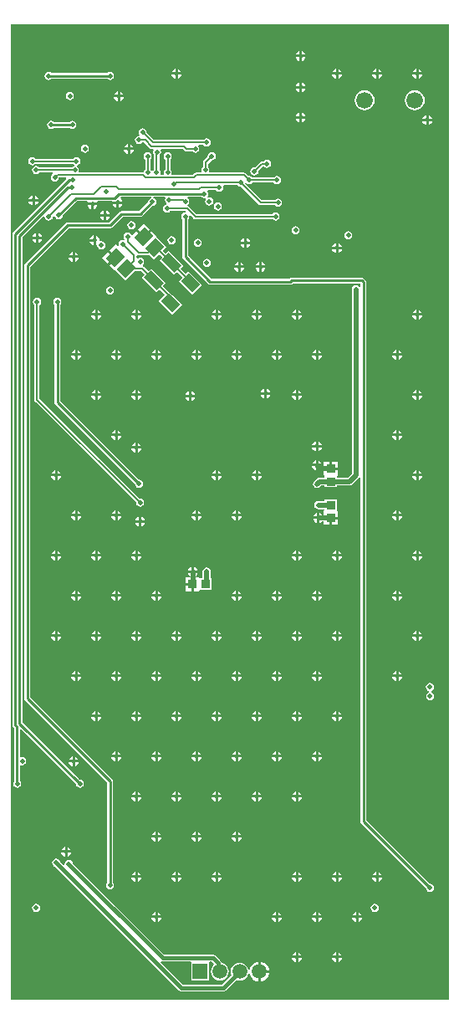
<source format=gbr>
%TF.GenerationSoftware,Altium Limited,Altium Designer,20.2.8 (258)*%
G04 Layer_Physical_Order=4*
G04 Layer_Color=16711680*
%FSLAX26Y26*%
%MOIN*%
%TF.SameCoordinates,C5A62E15-709C-4439-AAC4-A247E21399B6*%
%TF.FilePolarity,Positive*%
%TF.FileFunction,Copper,L4,Bot,Signal*%
%TF.Part,Single*%
G01*
G75*
%TA.AperFunction,Conductor*%
%ADD37C,0.010000*%
%ADD38C,0.008000*%
%ADD40C,0.015000*%
%ADD42C,0.020000*%
%TA.AperFunction,ComponentPad*%
%ADD44C,0.059055*%
%ADD45R,0.059055X0.059055*%
%ADD46C,0.066142*%
%TA.AperFunction,ViaPad*%
%ADD47C,0.020000*%
%TA.AperFunction,SMDPad,CuDef*%
G04:AMPARAMS|DCode=54|XSize=57.087mil|YSize=51.181mil|CornerRadius=0mil|HoleSize=0mil|Usage=FLASHONLY|Rotation=225.000|XOffset=0mil|YOffset=0mil|HoleType=Round|Shape=Rectangle|*
%AMROTATEDRECTD54*
4,1,4,0.002088,0.038278,0.038278,0.002088,-0.002088,-0.038278,-0.038278,-0.002088,0.002088,0.038278,0.0*
%
%ADD54ROTATEDRECTD54*%

G04:AMPARAMS|DCode=55|XSize=64.961mil|YSize=43.307mil|CornerRadius=0mil|HoleSize=0mil|Usage=FLASHONLY|Rotation=315.000|XOffset=0mil|YOffset=0mil|HoleType=Round|Shape=Rectangle|*
%AMROTATEDRECTD55*
4,1,4,-0.038278,0.007656,-0.007656,0.038278,0.038278,-0.007656,0.007656,-0.038278,-0.038278,0.007656,0.0*
%
%ADD55ROTATEDRECTD55*%

G04:AMPARAMS|DCode=56|XSize=39.37mil|YSize=70.866mil|CornerRadius=0mil|HoleSize=0mil|Usage=FLASHONLY|Rotation=225.000|XOffset=0mil|YOffset=0mil|HoleType=Round|Shape=Rectangle|*
%AMROTATEDRECTD56*
4,1,4,-0.011136,0.038974,0.038974,-0.011136,0.011136,-0.038974,-0.038974,0.011136,-0.011136,0.038974,0.0*
%
%ADD56ROTATEDRECTD56*%

%ADD57R,0.035433X0.033465*%
%ADD58R,0.033465X0.035433*%
G36*
X2925000Y1110000D02*
X1180000D01*
Y4995000D01*
X2925000D01*
Y1110000D01*
D02*
G37*
%LPC*%
G36*
X2340000Y4889397D02*
Y4875000D01*
X2354397D01*
X2353840Y4877804D01*
X2349419Y4884419D01*
X2342804Y4888840D01*
X2340000Y4889397D01*
D02*
G37*
G36*
X2330000D02*
X2327196Y4888840D01*
X2320581Y4884419D01*
X2316160Y4877804D01*
X2315603Y4875000D01*
X2330000D01*
Y4889397D01*
D02*
G37*
G36*
X2354397Y4865000D02*
X2340000D01*
Y4850603D01*
X2342804Y4851160D01*
X2349419Y4855581D01*
X2353840Y4862196D01*
X2354397Y4865000D01*
D02*
G37*
G36*
X2330000D02*
X2315603D01*
X2316160Y4862196D01*
X2320581Y4855581D01*
X2327196Y4851160D01*
X2330000Y4850603D01*
Y4865000D01*
D02*
G37*
G36*
X2805000Y4819397D02*
Y4805000D01*
X2819397D01*
X2818840Y4807804D01*
X2814419Y4814419D01*
X2807804Y4818840D01*
X2805000Y4819397D01*
D02*
G37*
G36*
X2795000D02*
X2792196Y4818840D01*
X2785581Y4814419D01*
X2781160Y4807804D01*
X2780603Y4805000D01*
X2795000D01*
Y4819397D01*
D02*
G37*
G36*
X2645000D02*
Y4805000D01*
X2659397D01*
X2658840Y4807804D01*
X2654419Y4814419D01*
X2647804Y4818840D01*
X2645000Y4819397D01*
D02*
G37*
G36*
X2635000D02*
X2632196Y4818840D01*
X2625581Y4814419D01*
X2621160Y4807804D01*
X2620603Y4805000D01*
X2635000D01*
Y4819397D01*
D02*
G37*
G36*
X2485000D02*
Y4805000D01*
X2499397D01*
X2498840Y4807804D01*
X2494419Y4814419D01*
X2487804Y4818840D01*
X2485000Y4819397D01*
D02*
G37*
G36*
X2475000D02*
X2472196Y4818840D01*
X2465581Y4814419D01*
X2461160Y4807804D01*
X2460603Y4805000D01*
X2475000D01*
Y4819397D01*
D02*
G37*
G36*
X1845000D02*
Y4805000D01*
X1859397D01*
X1858840Y4807804D01*
X1854419Y4814419D01*
X1847804Y4818840D01*
X1845000Y4819397D01*
D02*
G37*
G36*
X1835000D02*
X1832196Y4818840D01*
X1825581Y4814419D01*
X1821160Y4807804D01*
X1820603Y4805000D01*
X1835000D01*
Y4819397D01*
D02*
G37*
G36*
X1575000Y4806314D02*
X1568757Y4805072D01*
X1563465Y4801535D01*
X1563251Y4801216D01*
X1341749D01*
X1341535Y4801535D01*
X1336243Y4805072D01*
X1330000Y4806314D01*
X1323757Y4805072D01*
X1318465Y4801535D01*
X1314928Y4796243D01*
X1313687Y4790000D01*
X1314928Y4783757D01*
X1318465Y4778465D01*
X1323757Y4774928D01*
X1330000Y4773686D01*
X1336243Y4774928D01*
X1341535Y4778465D01*
X1341749Y4778784D01*
X1563251D01*
X1563465Y4778465D01*
X1568757Y4774928D01*
X1575000Y4773686D01*
X1581243Y4774928D01*
X1586535Y4778465D01*
X1590072Y4783757D01*
X1591313Y4790000D01*
X1590072Y4796243D01*
X1586535Y4801535D01*
X1581243Y4805072D01*
X1575000Y4806314D01*
D02*
G37*
G36*
X2819397Y4795000D02*
X2805000D01*
Y4780603D01*
X2807804Y4781160D01*
X2814419Y4785581D01*
X2818840Y4792196D01*
X2819397Y4795000D01*
D02*
G37*
G36*
X2795000D02*
X2780603D01*
X2781160Y4792196D01*
X2785581Y4785581D01*
X2792196Y4781160D01*
X2795000Y4780603D01*
Y4795000D01*
D02*
G37*
G36*
X2659397D02*
X2645000D01*
Y4780603D01*
X2647804Y4781160D01*
X2654419Y4785581D01*
X2658840Y4792196D01*
X2659397Y4795000D01*
D02*
G37*
G36*
X2635000D02*
X2620603D01*
X2621160Y4792196D01*
X2625581Y4785581D01*
X2632196Y4781160D01*
X2635000Y4780603D01*
Y4795000D01*
D02*
G37*
G36*
X2499397D02*
X2485000D01*
Y4780603D01*
X2487804Y4781160D01*
X2494419Y4785581D01*
X2498840Y4792196D01*
X2499397Y4795000D01*
D02*
G37*
G36*
X2475000D02*
X2460603D01*
X2461160Y4792196D01*
X2465581Y4785581D01*
X2472196Y4781160D01*
X2475000Y4780603D01*
Y4795000D01*
D02*
G37*
G36*
X1859397D02*
X1845000D01*
Y4780603D01*
X1847804Y4781160D01*
X1854419Y4785581D01*
X1858840Y4792196D01*
X1859397Y4795000D01*
D02*
G37*
G36*
X1835000D02*
X1820603D01*
X1821160Y4792196D01*
X1825581Y4785581D01*
X1832196Y4781160D01*
X1835000Y4780603D01*
Y4795000D01*
D02*
G37*
G36*
X2340000Y4764397D02*
Y4750000D01*
X2354397D01*
X2353840Y4752804D01*
X2349419Y4759419D01*
X2342804Y4763840D01*
X2340000Y4764397D01*
D02*
G37*
G36*
X2330000D02*
X2327196Y4763840D01*
X2320581Y4759419D01*
X2316160Y4752804D01*
X2315603Y4750000D01*
X2330000D01*
Y4764397D01*
D02*
G37*
G36*
X2354397Y4740000D02*
X2340000D01*
Y4725603D01*
X2342804Y4726160D01*
X2349419Y4730581D01*
X2353840Y4737196D01*
X2354397Y4740000D01*
D02*
G37*
G36*
X2330000D02*
X2315603D01*
X2316160Y4737196D01*
X2320581Y4730581D01*
X2327196Y4726160D01*
X2330000Y4725603D01*
Y4740000D01*
D02*
G37*
G36*
X1615000Y4729279D02*
Y4714882D01*
X1629397D01*
X1628840Y4717685D01*
X1624419Y4724301D01*
X1617804Y4728721D01*
X1615000Y4729279D01*
D02*
G37*
G36*
X1605000D02*
X1602196Y4728721D01*
X1595581Y4724301D01*
X1591160Y4717685D01*
X1590603Y4714882D01*
X1605000D01*
Y4729279D01*
D02*
G37*
G36*
X1415000Y4726314D02*
X1408757Y4725072D01*
X1403465Y4721535D01*
X1399928Y4716243D01*
X1398687Y4710000D01*
X1399928Y4703757D01*
X1403465Y4698465D01*
X1408757Y4694928D01*
X1415000Y4693686D01*
X1421243Y4694928D01*
X1426535Y4698465D01*
X1430072Y4703757D01*
X1431313Y4710000D01*
X1430072Y4716243D01*
X1426535Y4721535D01*
X1421243Y4725072D01*
X1415000Y4726314D01*
D02*
G37*
G36*
X1629397Y4704882D02*
X1615000D01*
Y4690485D01*
X1617804Y4691042D01*
X1624419Y4695463D01*
X1628840Y4702078D01*
X1629397Y4704882D01*
D02*
G37*
G36*
X1605000D02*
X1590603D01*
X1591160Y4702078D01*
X1595581Y4695463D01*
X1602196Y4691042D01*
X1605000Y4690485D01*
Y4704882D01*
D02*
G37*
G36*
X2790000Y4733148D02*
X2779800Y4731805D01*
X2770296Y4727868D01*
X2762134Y4721606D01*
X2755872Y4713444D01*
X2751935Y4703940D01*
X2750592Y4693740D01*
X2751935Y4683541D01*
X2755872Y4674036D01*
X2762134Y4665875D01*
X2770296Y4659612D01*
X2779800Y4655675D01*
X2790000Y4654332D01*
X2800200Y4655675D01*
X2809704Y4659612D01*
X2817866Y4665875D01*
X2824128Y4674036D01*
X2828065Y4683541D01*
X2829408Y4693740D01*
X2828065Y4703940D01*
X2824128Y4713444D01*
X2817866Y4721606D01*
X2809704Y4727868D01*
X2800200Y4731805D01*
X2790000Y4733148D01*
D02*
G37*
G36*
X2590000D02*
X2579800Y4731805D01*
X2570296Y4727868D01*
X2562134Y4721606D01*
X2555872Y4713444D01*
X2551935Y4703940D01*
X2550592Y4693740D01*
X2551935Y4683541D01*
X2555872Y4674036D01*
X2562134Y4665875D01*
X2570296Y4659612D01*
X2579800Y4655675D01*
X2590000Y4654332D01*
X2600200Y4655675D01*
X2609704Y4659612D01*
X2617866Y4665875D01*
X2624128Y4674036D01*
X2628065Y4683541D01*
X2629408Y4693740D01*
X2628065Y4703940D01*
X2624128Y4713444D01*
X2617866Y4721606D01*
X2609704Y4727868D01*
X2600200Y4731805D01*
X2590000Y4733148D01*
D02*
G37*
G36*
X2340000Y4644397D02*
Y4630000D01*
X2354397D01*
X2353840Y4632804D01*
X2349419Y4639419D01*
X2342804Y4643840D01*
X2340000Y4644397D01*
D02*
G37*
G36*
X2330000D02*
X2327196Y4643840D01*
X2320581Y4639419D01*
X2316160Y4632804D01*
X2315603Y4630000D01*
X2330000D01*
Y4644397D01*
D02*
G37*
G36*
X2845000Y4634397D02*
Y4620000D01*
X2859397D01*
X2858840Y4622804D01*
X2854419Y4629419D01*
X2847804Y4633840D01*
X2845000Y4634397D01*
D02*
G37*
G36*
X2835000D02*
X2832196Y4633840D01*
X2825581Y4629419D01*
X2821160Y4622804D01*
X2820603Y4620000D01*
X2835000D01*
Y4634397D01*
D02*
G37*
G36*
X1425000Y4611314D02*
X1418757Y4610072D01*
X1413465Y4606535D01*
X1413251Y4606216D01*
X1351749D01*
X1351535Y4606535D01*
X1346243Y4610072D01*
X1340000Y4611314D01*
X1333757Y4610072D01*
X1328465Y4606535D01*
X1324928Y4601243D01*
X1323687Y4595000D01*
X1324928Y4588757D01*
X1328465Y4583465D01*
X1333757Y4579928D01*
X1340000Y4578686D01*
X1346243Y4579928D01*
X1351535Y4583465D01*
X1351749Y4583784D01*
X1413251D01*
X1413465Y4583465D01*
X1418757Y4579928D01*
X1425000Y4578686D01*
X1431243Y4579928D01*
X1436535Y4583465D01*
X1440072Y4588757D01*
X1441313Y4595000D01*
X1440072Y4601243D01*
X1436535Y4606535D01*
X1431243Y4610072D01*
X1425000Y4611314D01*
D02*
G37*
G36*
X2354397Y4620000D02*
X2340000D01*
Y4605603D01*
X2342804Y4606160D01*
X2349419Y4610581D01*
X2353840Y4617196D01*
X2354397Y4620000D01*
D02*
G37*
G36*
X2330000D02*
X2315603D01*
X2316160Y4617196D01*
X2320581Y4610581D01*
X2327196Y4606160D01*
X2330000Y4605603D01*
Y4620000D01*
D02*
G37*
G36*
X2859397Y4610000D02*
X2845000D01*
Y4595603D01*
X2847804Y4596160D01*
X2854419Y4600581D01*
X2858840Y4607196D01*
X2859397Y4610000D01*
D02*
G37*
G36*
X2835000D02*
X2820603D01*
X2821160Y4607196D01*
X2825581Y4600581D01*
X2832196Y4596160D01*
X2835000Y4595603D01*
Y4610000D01*
D02*
G37*
G36*
X1705000Y4581314D02*
X1698757Y4580072D01*
X1693465Y4576535D01*
X1689928Y4571243D01*
X1688687Y4565000D01*
X1689928Y4558757D01*
X1691725Y4556068D01*
X1691013Y4554106D01*
X1689019Y4551118D01*
X1683757Y4550072D01*
X1678465Y4546535D01*
X1674928Y4541243D01*
X1673687Y4535000D01*
X1674928Y4528757D01*
X1678465Y4523465D01*
X1683757Y4519928D01*
X1690000Y4518686D01*
X1696243Y4519928D01*
X1701535Y4523465D01*
X1702430Y4524804D01*
X1710978D01*
X1732992Y4502790D01*
X1736299Y4500580D01*
X1740201Y4499804D01*
X1745465D01*
X1748137Y4494804D01*
X1747428Y4493743D01*
X1746187Y4487500D01*
X1747428Y4481257D01*
X1750965Y4475965D01*
X1751054Y4475905D01*
Y4418266D01*
X1748465Y4416535D01*
X1745114Y4411521D01*
X1742977Y4411243D01*
X1742023D01*
X1739886Y4411521D01*
X1736535Y4416535D01*
X1735196Y4417430D01*
Y4457570D01*
X1736535Y4458465D01*
X1740072Y4463757D01*
X1741313Y4470000D01*
X1740072Y4476243D01*
X1736535Y4481535D01*
X1731243Y4485072D01*
X1725000Y4486314D01*
X1718757Y4485072D01*
X1713465Y4481535D01*
X1709928Y4476243D01*
X1708687Y4470000D01*
X1709928Y4463757D01*
X1713465Y4458465D01*
X1714804Y4457570D01*
Y4417430D01*
X1713465Y4416535D01*
X1709928Y4411243D01*
X1709525Y4409214D01*
X1706716Y4405196D01*
X1704015Y4405196D01*
X1453248D01*
X1450358Y4410196D01*
X1451313Y4415000D01*
X1450072Y4421243D01*
X1446535Y4426535D01*
X1442668Y4429119D01*
X1443374Y4434358D01*
X1446243Y4434928D01*
X1451535Y4438465D01*
X1455072Y4443757D01*
X1456313Y4450000D01*
X1455072Y4456243D01*
X1451535Y4461535D01*
X1446243Y4465072D01*
X1440000Y4466314D01*
X1433757Y4465072D01*
X1428465Y4461535D01*
X1427570Y4460196D01*
X1277430D01*
X1276535Y4461535D01*
X1271243Y4465072D01*
X1265000Y4466314D01*
X1258757Y4465072D01*
X1253465Y4461535D01*
X1249928Y4456243D01*
X1248687Y4450000D01*
X1249928Y4443757D01*
X1253465Y4438465D01*
X1258757Y4434928D01*
X1265000Y4433686D01*
X1271243Y4434928D01*
X1276535Y4438465D01*
X1277430Y4439804D01*
X1427570D01*
X1428465Y4438465D01*
X1432332Y4435881D01*
X1431626Y4430642D01*
X1428757Y4430072D01*
X1423465Y4426535D01*
X1422570Y4425196D01*
X1292430D01*
X1291535Y4426535D01*
X1286243Y4430072D01*
X1280000Y4431314D01*
X1273757Y4430072D01*
X1268465Y4426535D01*
X1264928Y4421243D01*
X1263687Y4415000D01*
X1264928Y4408757D01*
X1268465Y4403465D01*
X1273757Y4399928D01*
X1280000Y4398686D01*
X1286243Y4399928D01*
X1291535Y4403465D01*
X1292430Y4404804D01*
X1345240D01*
X1345785Y4404002D01*
X1344475Y4397211D01*
X1343465Y4396535D01*
X1339928Y4391243D01*
X1338687Y4385000D01*
X1339928Y4378757D01*
X1343465Y4373465D01*
X1348757Y4369928D01*
X1355000Y4368686D01*
X1361243Y4369928D01*
X1366535Y4373465D01*
X1370072Y4378757D01*
X1371274Y4384804D01*
X1399245D01*
X1401316Y4379804D01*
X1190069Y4168558D01*
X1187638Y4164919D01*
X1186784Y4160627D01*
X1186784Y4160627D01*
Y2204373D01*
X1186784Y2204373D01*
X1187638Y2200081D01*
X1190069Y2196442D01*
X1192784Y2193727D01*
Y1980517D01*
X1189928Y1976243D01*
X1188687Y1970000D01*
X1189928Y1963757D01*
X1193465Y1958465D01*
X1198757Y1954928D01*
X1205000Y1953687D01*
X1211243Y1954928D01*
X1216535Y1958465D01*
X1220072Y1963757D01*
X1221313Y1970000D01*
X1220072Y1976243D01*
X1216535Y1981535D01*
X1215216Y1982417D01*
Y2041739D01*
X1220216Y2044638D01*
X1225000Y2043687D01*
X1231243Y2044928D01*
X1236535Y2048465D01*
X1240072Y2053757D01*
X1241313Y2060000D01*
X1240072Y2066243D01*
X1236535Y2071535D01*
X1231243Y2075072D01*
X1225000Y2076314D01*
X1220216Y2075362D01*
X1215216Y2078261D01*
Y2187390D01*
X1219835Y2189304D01*
X1438762Y1970377D01*
X1438687Y1970000D01*
X1439928Y1963757D01*
X1443465Y1958465D01*
X1448757Y1954928D01*
X1455000Y1953687D01*
X1461243Y1954928D01*
X1466535Y1958465D01*
X1470072Y1963757D01*
X1471313Y1970000D01*
X1470072Y1976243D01*
X1466535Y1981535D01*
X1461243Y1985072D01*
X1455000Y1986313D01*
X1454623Y1986238D01*
X1225216Y2215646D01*
Y4149354D01*
X1309266Y4233405D01*
X1313874Y4230941D01*
X1313687Y4230000D01*
X1314928Y4223757D01*
X1318465Y4218465D01*
X1323757Y4214928D01*
X1330000Y4213686D01*
X1336243Y4214928D01*
X1341535Y4218465D01*
X1345072Y4223757D01*
X1346313Y4230000D01*
X1346183Y4230658D01*
X1349699Y4233956D01*
X1354190Y4232466D01*
X1354928Y4228757D01*
X1358465Y4223465D01*
X1363757Y4219928D01*
X1370000Y4218686D01*
X1376243Y4219928D01*
X1381535Y4223465D01*
X1385072Y4228757D01*
X1386313Y4235000D01*
X1386238Y4235377D01*
X1443590Y4292729D01*
X1484148D01*
X1486505Y4288319D01*
X1486160Y4287804D01*
X1485603Y4285000D01*
X1524397D01*
X1523840Y4287804D01*
X1523495Y4288319D01*
X1525852Y4292729D01*
X1582205D01*
X1584444Y4290000D01*
X1624397D01*
X1623840Y4292804D01*
X1619419Y4299419D01*
X1618246Y4300203D01*
X1617369Y4306440D01*
X1619371Y4308784D01*
X1738407D01*
X1738899Y4303784D01*
X1737115Y4303430D01*
X1731822Y4299893D01*
X1728286Y4294601D01*
X1727044Y4288358D01*
X1727120Y4287981D01*
X1691076Y4251938D01*
X1620723D01*
X1620722Y4251938D01*
X1616430Y4251084D01*
X1612792Y4248653D01*
X1612791Y4248653D01*
X1570354Y4206216D01*
X1405001D01*
X1405000Y4206216D01*
X1400708Y4205362D01*
X1397069Y4202931D01*
X1397069Y4202930D01*
X1237069Y4042931D01*
X1234638Y4039292D01*
X1233784Y4035000D01*
X1233784Y4034999D01*
Y2310001D01*
X1233784Y2310000D01*
X1234638Y2305708D01*
X1237069Y2302069D01*
X1563784Y1975354D01*
Y1576749D01*
X1563465Y1576535D01*
X1559928Y1571243D01*
X1558687Y1565000D01*
X1559928Y1558757D01*
X1563465Y1553465D01*
X1568757Y1549928D01*
X1575000Y1548687D01*
X1581243Y1549928D01*
X1586535Y1553465D01*
X1590072Y1558757D01*
X1591313Y1565000D01*
X1590072Y1571243D01*
X1586535Y1576535D01*
X1586216Y1576749D01*
Y1979999D01*
X1586216Y1980000D01*
X1585362Y1984292D01*
X1582931Y1987931D01*
X1582930Y1987931D01*
X1256216Y2314646D01*
Y4030354D01*
X1409646Y4183784D01*
X1574999D01*
X1575000Y4183784D01*
X1579292Y4184638D01*
X1582931Y4187069D01*
X1625368Y4229507D01*
X1695722D01*
X1695722Y4229507D01*
X1700014Y4230360D01*
X1703653Y4232792D01*
X1742981Y4272119D01*
X1743358Y4272044D01*
X1749601Y4273286D01*
X1754893Y4276823D01*
X1758430Y4282115D01*
X1759671Y4288358D01*
X1758430Y4294601D01*
X1754893Y4299893D01*
X1749601Y4303430D01*
X1747817Y4303784D01*
X1748309Y4308784D01*
X1793954D01*
X1796627Y4303784D01*
X1794928Y4301243D01*
X1793687Y4295000D01*
X1794928Y4288757D01*
X1798465Y4283465D01*
X1799281Y4282919D01*
X1798225Y4277611D01*
X1795818Y4277132D01*
X1790525Y4273596D01*
X1786989Y4268303D01*
X1785747Y4262060D01*
X1786989Y4255818D01*
X1790525Y4250525D01*
X1795818Y4246989D01*
X1802061Y4245747D01*
X1808303Y4246989D01*
X1813596Y4250525D01*
X1814491Y4251865D01*
X1875331D01*
X1875746Y4251172D01*
X1875605Y4250252D01*
X1873060Y4245928D01*
X1868757Y4245072D01*
X1863465Y4241535D01*
X1859928Y4236243D01*
X1858687Y4230000D01*
X1859928Y4223757D01*
X1863465Y4218465D01*
X1863784Y4218251D01*
Y4070001D01*
X1863784Y4070000D01*
X1864638Y4065708D01*
X1867069Y4062069D01*
X1966677Y3962461D01*
X1966678Y3962461D01*
X1970316Y3960030D01*
X1974608Y3959176D01*
X1974609Y3959176D01*
X2293849D01*
X2293849Y3959176D01*
X2298141Y3960030D01*
X2301780Y3962461D01*
X2303103Y3963785D01*
X2573785D01*
Y3949686D01*
X2568785Y3948169D01*
X2566535Y3951535D01*
X2561243Y3955072D01*
X2555000Y3956314D01*
X2548757Y3955072D01*
X2543465Y3951535D01*
X2539928Y3946243D01*
X2538686Y3940000D01*
Y3206757D01*
X2522652Y3190723D01*
X2482252D01*
X2480876Y3192099D01*
X2481482Y3198113D01*
X2482717Y3198858D01*
X2482716Y3199556D01*
X2482716Y3199556D01*
Y3220591D01*
X2455000D01*
X2427283D01*
Y3199556D01*
X2427283Y3199556D01*
Y3198858D01*
X2428518Y3198113D01*
X2429124Y3192099D01*
X2427748Y3190723D01*
X2410326D01*
X2404083Y3189481D01*
X2398791Y3185945D01*
X2388688Y3175842D01*
X2385152Y3170550D01*
X2383910Y3164307D01*
X2385152Y3158064D01*
X2388688Y3152772D01*
X2393981Y3149235D01*
X2400224Y3147994D01*
X2406467Y3149235D01*
X2411759Y3152772D01*
X2417084Y3158096D01*
X2431283D01*
Y3151677D01*
X2478716D01*
Y3158096D01*
X2529410D01*
X2535652Y3159338D01*
X2540945Y3162874D01*
X2566535Y3188465D01*
X2568785Y3191831D01*
X2573785Y3190314D01*
Y1820001D01*
X2573784Y1820000D01*
X2574638Y1815708D01*
X2577069Y1812069D01*
X2833762Y1555377D01*
X2833686Y1555000D01*
X2834928Y1548757D01*
X2838465Y1543465D01*
X2843757Y1539928D01*
X2850000Y1538687D01*
X2856243Y1539928D01*
X2861535Y1543465D01*
X2865072Y1548757D01*
X2866314Y1555000D01*
X2865072Y1561243D01*
X2861535Y1566535D01*
X2856243Y1570072D01*
X2850000Y1571313D01*
X2849623Y1571238D01*
X2596215Y1824646D01*
Y3969142D01*
X2595362Y3973434D01*
X2592931Y3977073D01*
X2592930Y3977073D01*
X2587073Y3982931D01*
X2583434Y3985362D01*
X2579142Y3986216D01*
X2579142Y3986215D01*
X2298458D01*
X2298457Y3986216D01*
X2294165Y3985362D01*
X2290527Y3982931D01*
X2290526Y3982930D01*
X2289203Y3981607D01*
X1979254D01*
X1886216Y4074646D01*
Y4218251D01*
X1886535Y4218465D01*
X1890072Y4223757D01*
X1891313Y4230000D01*
X1890768Y4232742D01*
X1895376Y4235205D01*
X1907790Y4222790D01*
X1911098Y4220580D01*
X1915000Y4219804D01*
X2222570D01*
X2223465Y4218465D01*
X2228757Y4214928D01*
X2235000Y4213686D01*
X2241243Y4214928D01*
X2246535Y4218465D01*
X2250072Y4223757D01*
X2251314Y4230000D01*
X2250072Y4236243D01*
X2246535Y4241535D01*
X2241243Y4245072D01*
X2235000Y4246314D01*
X2228757Y4245072D01*
X2223465Y4241535D01*
X2222570Y4240196D01*
X1919223D01*
X1890149Y4269270D01*
X1886841Y4271480D01*
X1885486Y4271750D01*
X1884430Y4277058D01*
X1886535Y4278465D01*
X1890072Y4283757D01*
X1891313Y4290000D01*
X1890072Y4296243D01*
X1886535Y4301535D01*
X1883169Y4303784D01*
X1884686Y4308784D01*
X1938251D01*
X1938465Y4308465D01*
X1943757Y4304928D01*
X1950000Y4303686D01*
X1954797Y4304641D01*
X1957646Y4300310D01*
X1954928Y4296243D01*
X1953687Y4290000D01*
X1954928Y4283757D01*
X1958465Y4278465D01*
X1963757Y4274928D01*
X1970000Y4273686D01*
X1976243Y4274928D01*
X1981535Y4278465D01*
X1985072Y4283757D01*
X1986313Y4290000D01*
X1985072Y4296243D01*
X1981535Y4301535D01*
X1976243Y4305072D01*
X1970000Y4306314D01*
X1965203Y4305359D01*
X1962354Y4309690D01*
X1965072Y4313757D01*
X1966313Y4320000D01*
X1965072Y4326243D01*
X1962692Y4329804D01*
X1964958Y4334804D01*
X1997570D01*
X1998465Y4333465D01*
X2003757Y4329928D01*
X2010000Y4328686D01*
X2016243Y4329928D01*
X2021535Y4333465D01*
X2025072Y4338757D01*
X2026313Y4345000D01*
X2025358Y4349804D01*
X2028248Y4354804D01*
X2082570D01*
X2083465Y4353465D01*
X2088757Y4349928D01*
X2095000Y4348686D01*
X2096580Y4349001D01*
X2167790Y4277790D01*
X2171098Y4275580D01*
X2175000Y4274804D01*
X2232570D01*
X2233465Y4273465D01*
X2238757Y4269928D01*
X2245000Y4268686D01*
X2251243Y4269928D01*
X2256535Y4273465D01*
X2260072Y4278757D01*
X2261314Y4285000D01*
X2260072Y4291243D01*
X2256535Y4296535D01*
X2251243Y4300072D01*
X2245000Y4301314D01*
X2238757Y4300072D01*
X2233465Y4296535D01*
X2232570Y4295196D01*
X2179223D01*
X2113619Y4360801D01*
X2113759Y4361507D01*
X2115943Y4362415D01*
X2119155Y4363003D01*
X2123757Y4359928D01*
X2130000Y4358686D01*
X2136243Y4359928D01*
X2141535Y4363465D01*
X2142430Y4364804D01*
X2227570D01*
X2228465Y4363465D01*
X2233757Y4359928D01*
X2240000Y4358686D01*
X2246243Y4359928D01*
X2251535Y4363465D01*
X2255072Y4368757D01*
X2256314Y4375000D01*
X2255072Y4381243D01*
X2251535Y4386535D01*
X2246243Y4390072D01*
X2240000Y4391314D01*
X2233757Y4390072D01*
X2228465Y4386535D01*
X2227570Y4385196D01*
X2142430D01*
X2141535Y4386535D01*
X2136243Y4390072D01*
X2130000Y4391314D01*
X2128420Y4390999D01*
X2117210Y4402210D01*
X2113902Y4404420D01*
X2110000Y4405196D01*
X1973248D01*
X1970358Y4410196D01*
X1971313Y4415000D01*
X1970072Y4421243D01*
X1966535Y4426535D01*
X1965196Y4427430D01*
Y4440777D01*
X1978420Y4454001D01*
X1980000Y4453686D01*
X1986243Y4454928D01*
X1991535Y4458465D01*
X1995072Y4463757D01*
X1996313Y4470000D01*
X1995072Y4476243D01*
X1991535Y4481535D01*
X1986243Y4485072D01*
X1980000Y4486314D01*
X1973757Y4485072D01*
X1968465Y4481535D01*
X1964928Y4476243D01*
X1963687Y4470000D01*
X1964001Y4468420D01*
X1947790Y4452210D01*
X1945580Y4448902D01*
X1944804Y4445000D01*
Y4427430D01*
X1943465Y4426535D01*
X1939928Y4421243D01*
X1938687Y4415000D01*
X1939642Y4410196D01*
X1936752Y4405196D01*
X1918358D01*
X1914456Y4404420D01*
X1911148Y4402210D01*
X1904135Y4395196D01*
X1823248D01*
X1820358Y4400196D01*
X1821313Y4405000D01*
X1820072Y4411243D01*
X1816535Y4416535D01*
X1815196Y4417430D01*
Y4457570D01*
X1816535Y4458465D01*
X1820072Y4463757D01*
X1821313Y4470000D01*
X1820072Y4476243D01*
X1816535Y4481535D01*
X1811243Y4485072D01*
X1805000Y4486314D01*
X1798757Y4485072D01*
X1793465Y4481535D01*
X1789928Y4476243D01*
X1788687Y4470000D01*
X1789928Y4463757D01*
X1793465Y4458465D01*
X1794804Y4457570D01*
Y4417430D01*
X1793465Y4416535D01*
X1789928Y4411243D01*
X1788687Y4405000D01*
X1789642Y4400196D01*
X1786752Y4395196D01*
X1778248D01*
X1775358Y4400196D01*
X1776313Y4405000D01*
X1775072Y4411243D01*
X1771535Y4416535D01*
X1771446Y4416595D01*
Y4474234D01*
X1774035Y4475965D01*
X1777572Y4481257D01*
X1778813Y4487500D01*
X1777572Y4493743D01*
X1776863Y4494804D01*
X1779535Y4499804D01*
X1865777D01*
X1872790Y4492790D01*
X1876098Y4490580D01*
X1880000Y4489804D01*
X1902570D01*
X1903465Y4488465D01*
X1908757Y4484928D01*
X1915000Y4483686D01*
X1921243Y4484928D01*
X1926535Y4488465D01*
X1930072Y4493757D01*
X1931313Y4500000D01*
X1930072Y4506243D01*
X1927692Y4509804D01*
X1929958Y4514804D01*
X1947570D01*
X1948465Y4513465D01*
X1953757Y4509928D01*
X1960000Y4508686D01*
X1966243Y4509928D01*
X1971535Y4513465D01*
X1975072Y4518757D01*
X1976313Y4525000D01*
X1975072Y4531243D01*
X1971535Y4536535D01*
X1966243Y4540072D01*
X1960000Y4541314D01*
X1953757Y4540072D01*
X1948465Y4536535D01*
X1947570Y4535196D01*
X1749223D01*
X1720999Y4563420D01*
X1721313Y4565000D01*
X1720072Y4571243D01*
X1716535Y4576535D01*
X1711243Y4580072D01*
X1705000Y4581314D01*
D02*
G37*
G36*
X1655000Y4519397D02*
Y4505000D01*
X1669397D01*
X1668840Y4507804D01*
X1664419Y4514419D01*
X1657804Y4518840D01*
X1655000Y4519397D01*
D02*
G37*
G36*
X1645000D02*
X1642196Y4518840D01*
X1635581Y4514419D01*
X1631160Y4507804D01*
X1630603Y4505000D01*
X1645000D01*
Y4519397D01*
D02*
G37*
G36*
X1475000Y4516314D02*
X1468757Y4515072D01*
X1463465Y4511535D01*
X1459928Y4506243D01*
X1458687Y4500000D01*
X1459928Y4493757D01*
X1463465Y4488465D01*
X1468757Y4484928D01*
X1475000Y4483686D01*
X1481243Y4484928D01*
X1486535Y4488465D01*
X1490072Y4493757D01*
X1491313Y4500000D01*
X1490072Y4506243D01*
X1486535Y4511535D01*
X1481243Y4515072D01*
X1475000Y4516314D01*
D02*
G37*
G36*
X1669397Y4495000D02*
X1655000D01*
Y4480603D01*
X1657804Y4481160D01*
X1664419Y4485581D01*
X1668840Y4492196D01*
X1669397Y4495000D01*
D02*
G37*
G36*
X1645000D02*
X1630603D01*
X1631160Y4492196D01*
X1635581Y4485581D01*
X1642196Y4481160D01*
X1645000Y4480603D01*
Y4495000D01*
D02*
G37*
G36*
X2200000Y4456314D02*
X2193757Y4455072D01*
X2188465Y4451535D01*
X2187570Y4450196D01*
X2180000D01*
X2176098Y4449420D01*
X2172790Y4447210D01*
X2151580Y4425999D01*
X2150000Y4426314D01*
X2143757Y4425072D01*
X2138465Y4421535D01*
X2134928Y4416243D01*
X2133686Y4410000D01*
X2134928Y4403757D01*
X2138465Y4398465D01*
X2143757Y4394928D01*
X2150000Y4393686D01*
X2156243Y4394928D01*
X2161535Y4398465D01*
X2165072Y4403757D01*
X2166314Y4410000D01*
X2165999Y4411580D01*
X2183086Y4428667D01*
X2188465Y4428465D01*
X2193757Y4424928D01*
X2200000Y4423686D01*
X2206243Y4424928D01*
X2211535Y4428465D01*
X2215072Y4433757D01*
X2216314Y4440000D01*
X2215072Y4446243D01*
X2211535Y4451535D01*
X2206243Y4455072D01*
X2200000Y4456314D01*
D02*
G37*
G36*
X1275000Y4314397D02*
Y4300000D01*
X1289397D01*
X1288840Y4302804D01*
X1284419Y4309419D01*
X1277804Y4313840D01*
X1275000Y4314397D01*
D02*
G37*
G36*
X1265000D02*
X1262196Y4313840D01*
X1255581Y4309419D01*
X1251160Y4302804D01*
X1250603Y4300000D01*
X1265000D01*
Y4314397D01*
D02*
G37*
G36*
X1289397Y4290000D02*
X1275000D01*
Y4275603D01*
X1277804Y4276160D01*
X1284419Y4280581D01*
X1288840Y4287196D01*
X1289397Y4290000D01*
D02*
G37*
G36*
X1265000D02*
X1250603D01*
X1251160Y4287196D01*
X1255581Y4280581D01*
X1262196Y4276160D01*
X1265000Y4275603D01*
Y4290000D01*
D02*
G37*
G36*
X1624397Y4280000D02*
X1610000D01*
Y4265603D01*
X1612804Y4266160D01*
X1619419Y4270581D01*
X1623840Y4277196D01*
X1624397Y4280000D01*
D02*
G37*
G36*
X1600000D02*
X1585603D01*
X1586160Y4277196D01*
X1590581Y4270581D01*
X1597196Y4266160D01*
X1600000Y4265603D01*
Y4280000D01*
D02*
G37*
G36*
X1524397Y4275000D02*
X1510000D01*
Y4260603D01*
X1512804Y4261160D01*
X1519419Y4265581D01*
X1523840Y4272196D01*
X1524397Y4275000D01*
D02*
G37*
G36*
X1500000D02*
X1485603D01*
X1486160Y4272196D01*
X1490581Y4265581D01*
X1497196Y4261160D01*
X1500000Y4260603D01*
Y4275000D01*
D02*
G37*
G36*
X2005000Y4286314D02*
X1998757Y4285072D01*
X1993465Y4281535D01*
X1989928Y4276243D01*
X1988687Y4270000D01*
X1989928Y4263757D01*
X1993465Y4258465D01*
X1998757Y4254928D01*
X2005000Y4253686D01*
X2011243Y4254928D01*
X2016535Y4258465D01*
X2020072Y4263757D01*
X2021313Y4270000D01*
X2020072Y4276243D01*
X2016535Y4281535D01*
X2011243Y4285072D01*
X2005000Y4286314D01*
D02*
G37*
G36*
X1560000Y4254397D02*
Y4240000D01*
X1574397D01*
X1573840Y4242804D01*
X1569419Y4249419D01*
X1562804Y4253840D01*
X1560000Y4254397D01*
D02*
G37*
G36*
X1550000D02*
X1547196Y4253840D01*
X1540581Y4249419D01*
X1536160Y4242804D01*
X1535603Y4240000D01*
X1550000D01*
Y4254397D01*
D02*
G37*
G36*
X1574397Y4230000D02*
X1560000D01*
Y4215603D01*
X1562804Y4216160D01*
X1569419Y4220581D01*
X1573840Y4227196D01*
X1574397Y4230000D01*
D02*
G37*
G36*
X1550000D02*
X1535603D01*
X1536160Y4227196D01*
X1540581Y4220581D01*
X1547196Y4216160D01*
X1550000Y4215603D01*
Y4230000D01*
D02*
G37*
G36*
X1660000Y4211314D02*
X1653757Y4210072D01*
X1648465Y4206535D01*
X1644928Y4201243D01*
X1643687Y4195000D01*
X1644928Y4188757D01*
X1648465Y4183465D01*
X1653757Y4179928D01*
X1660000Y4178686D01*
X1666243Y4179928D01*
X1671535Y4183465D01*
X1675072Y4188757D01*
X1676313Y4195000D01*
X1675072Y4201243D01*
X1671535Y4206535D01*
X1666243Y4210072D01*
X1660000Y4211314D01*
D02*
G37*
G36*
X2315000Y4191314D02*
X2308757Y4190072D01*
X2303465Y4186535D01*
X2299928Y4181243D01*
X2298686Y4175000D01*
X2299928Y4168757D01*
X2303465Y4163465D01*
X2308757Y4159928D01*
X2315000Y4158686D01*
X2321243Y4159928D01*
X2326535Y4163465D01*
X2330072Y4168757D01*
X2331314Y4175000D01*
X2330072Y4181243D01*
X2326535Y4186535D01*
X2321243Y4190072D01*
X2315000Y4191314D01*
D02*
G37*
G36*
X1710641Y4202730D02*
X1686922Y4179011D01*
X1708553Y4157380D01*
X1732272Y4181099D01*
X1710641Y4202730D01*
D02*
G37*
G36*
X1290000Y4164397D02*
Y4150000D01*
X1304397D01*
X1303840Y4152804D01*
X1299419Y4159419D01*
X1292804Y4163840D01*
X1290000Y4164397D01*
D02*
G37*
G36*
X1280000D02*
X1277196Y4163840D01*
X1270581Y4159419D01*
X1266160Y4152804D01*
X1265603Y4150000D01*
X1280000D01*
Y4164397D01*
D02*
G37*
G36*
X1739343Y4174028D02*
X1712089Y4146774D01*
X1708553Y4150309D01*
X1705018Y4146774D01*
X1679851Y4171940D01*
X1664678Y4156766D01*
X1658875Y4158034D01*
X1656535Y4161535D01*
X1651243Y4165072D01*
X1645000Y4166314D01*
X1638757Y4165072D01*
X1633465Y4161535D01*
X1629928Y4156243D01*
X1628687Y4150000D01*
X1629928Y4143757D01*
X1632646Y4139690D01*
X1629797Y4135359D01*
X1625000Y4136314D01*
X1618757Y4135072D01*
X1613465Y4131535D01*
X1609928Y4126243D01*
X1608687Y4120000D01*
X1609781Y4114500D01*
X1608050Y4112788D01*
X1605657Y4111552D01*
X1597518Y4119692D01*
X1573799Y4095973D01*
X1598965Y4070807D01*
X1595430Y4067271D01*
X1598965Y4063736D01*
X1571711Y4036481D01*
X1593342Y4014851D01*
X1596170Y4017679D01*
X1637884Y3975965D01*
X1674490Y4012571D01*
X1674681Y4012533D01*
X1699189D01*
X1713694Y3998028D01*
X1702742Y3987076D01*
X1761337Y3928481D01*
X1772289Y3939433D01*
X1793644Y3918078D01*
X1768896Y3893330D01*
X1823315Y3838910D01*
X1862423Y3878018D01*
X1823110Y3917332D01*
X1822869Y3917692D01*
X1786709Y3953852D01*
X1797661Y3964805D01*
X1739066Y4023400D01*
X1728113Y4012447D01*
X1710622Y4029939D01*
X1707314Y4032149D01*
X1706365Y4032338D01*
X1705310Y4037646D01*
X1706535Y4038465D01*
X1710072Y4043757D01*
X1711313Y4050000D01*
X1710072Y4056243D01*
X1706535Y4061535D01*
X1701243Y4065072D01*
X1695000Y4066314D01*
X1688757Y4065072D01*
X1685196Y4062692D01*
X1680196Y4064958D01*
Y4073510D01*
X1683456Y4075868D01*
X1685037Y4076289D01*
X1686098Y4075580D01*
X1690000Y4074804D01*
X1725000D01*
X1728902Y4075580D01*
X1732210Y4077790D01*
X1732215Y4077796D01*
X1751007Y4059003D01*
X1771460Y4079456D01*
X1783291Y4067625D01*
X1772339Y4056673D01*
X1830934Y3998078D01*
X1841887Y4009030D01*
X1863241Y3987676D01*
X1848236Y3972671D01*
X1902656Y3918251D01*
X1941764Y3957359D01*
X1887344Y4011778D01*
X1877661Y4002095D01*
X1856306Y4023450D01*
X1867258Y4034402D01*
X1808663Y4092997D01*
X1797711Y4082045D01*
X1785880Y4093876D01*
X1799859Y4107855D01*
X1758145Y4149569D01*
X1760974Y4152397D01*
X1739343Y4174028D01*
D02*
G37*
G36*
X1508162Y4155123D02*
X1505358Y4154566D01*
X1498743Y4150145D01*
X1494322Y4143530D01*
X1493765Y4140726D01*
X1508162D01*
Y4155123D01*
D02*
G37*
G36*
X2525000Y4171314D02*
X2518757Y4170072D01*
X2513465Y4166535D01*
X2509928Y4161243D01*
X2508686Y4155000D01*
X2509928Y4148757D01*
X2513465Y4143465D01*
X2518757Y4139928D01*
X2525000Y4138686D01*
X2531243Y4139928D01*
X2536535Y4143465D01*
X2540072Y4148757D01*
X2541314Y4155000D01*
X2540072Y4161243D01*
X2536535Y4166535D01*
X2531243Y4170072D01*
X2525000Y4171314D01*
D02*
G37*
G36*
X2120000Y4144397D02*
Y4130000D01*
X2134397D01*
X2133840Y4132804D01*
X2129419Y4139419D01*
X2122804Y4143840D01*
X2120000Y4144397D01*
D02*
G37*
G36*
X2110000D02*
X2107196Y4143840D01*
X2100581Y4139419D01*
X2096160Y4132804D01*
X2095603Y4130000D01*
X2110000D01*
Y4144397D01*
D02*
G37*
G36*
X1304397Y4140000D02*
X1290000D01*
Y4125603D01*
X1292804Y4126160D01*
X1299419Y4130581D01*
X1303840Y4137196D01*
X1304397Y4140000D01*
D02*
G37*
G36*
X1280000D02*
X1265603D01*
X1266160Y4137196D01*
X1270581Y4130581D01*
X1277196Y4126160D01*
X1280000Y4125603D01*
Y4140000D01*
D02*
G37*
G36*
X1820000Y4151314D02*
X1813757Y4150072D01*
X1808465Y4146535D01*
X1804928Y4141243D01*
X1803687Y4135000D01*
X1804928Y4128757D01*
X1808465Y4123465D01*
X1813757Y4119928D01*
X1820000Y4118686D01*
X1826243Y4119928D01*
X1831535Y4123465D01*
X1835072Y4128757D01*
X1836313Y4135000D01*
X1835072Y4141243D01*
X1831535Y4146535D01*
X1826243Y4150072D01*
X1820000Y4151314D01*
D02*
G37*
G36*
X1508162Y4130726D02*
X1493765D01*
X1494322Y4127922D01*
X1498743Y4121307D01*
X1505358Y4116886D01*
X1508162Y4116329D01*
Y4130726D01*
D02*
G37*
G36*
X2485000Y4124397D02*
Y4110000D01*
X2499397D01*
X2498840Y4112804D01*
X2494419Y4119419D01*
X2487804Y4123840D01*
X2485000Y4124397D01*
D02*
G37*
G36*
X2475000D02*
X2472196Y4123840D01*
X2465581Y4119419D01*
X2461160Y4112804D01*
X2460603Y4110000D01*
X2475000D01*
Y4124397D01*
D02*
G37*
G36*
X1925000Y4141314D02*
X1918757Y4140072D01*
X1913465Y4136535D01*
X1909928Y4131243D01*
X1908687Y4125000D01*
X1909928Y4118757D01*
X1913465Y4113465D01*
X1918757Y4109928D01*
X1925000Y4108686D01*
X1931243Y4109928D01*
X1936535Y4113465D01*
X1940072Y4118757D01*
X1941313Y4125000D01*
X1940072Y4131243D01*
X1936535Y4136535D01*
X1931243Y4140072D01*
X1925000Y4141314D01*
D02*
G37*
G36*
X2134397Y4120000D02*
X2120000D01*
Y4105603D01*
X2122804Y4106160D01*
X2129419Y4110581D01*
X2133840Y4117196D01*
X2134397Y4120000D01*
D02*
G37*
G36*
X2110000D02*
X2095603D01*
X2096160Y4117196D01*
X2100581Y4110581D01*
X2107196Y4106160D01*
X2110000Y4105603D01*
Y4120000D01*
D02*
G37*
G36*
X1518162Y4155123D02*
Y4135726D01*
Y4116329D01*
X1518881Y4116472D01*
X1522075Y4115493D01*
X1524092Y4112962D01*
X1524928Y4108757D01*
X1528465Y4103465D01*
X1533757Y4099928D01*
X1540000Y4098686D01*
X1546243Y4099928D01*
X1551535Y4103465D01*
X1555072Y4108757D01*
X1556313Y4115000D01*
X1555072Y4121243D01*
X1551535Y4126535D01*
X1546243Y4130072D01*
X1540000Y4131314D01*
X1537682Y4130852D01*
X1533430Y4135105D01*
X1533554Y4135726D01*
X1532002Y4143530D01*
X1527581Y4150145D01*
X1520966Y4154566D01*
X1518162Y4155123D01*
D02*
G37*
G36*
X2499397Y4100000D02*
X2485000D01*
Y4085603D01*
X2487804Y4086160D01*
X2494419Y4090581D01*
X2498840Y4097196D01*
X2499397Y4100000D01*
D02*
G37*
G36*
X2475000D02*
X2460603D01*
X2461160Y4097196D01*
X2465581Y4090581D01*
X2472196Y4086160D01*
X2475000Y4085603D01*
Y4100000D01*
D02*
G37*
G36*
X1435000Y4089397D02*
Y4075000D01*
X1449397D01*
X1448840Y4077804D01*
X1444419Y4084419D01*
X1437804Y4088840D01*
X1435000Y4089397D01*
D02*
G37*
G36*
X1425000D02*
X1422196Y4088840D01*
X1415581Y4084419D01*
X1411160Y4077804D01*
X1410603Y4075000D01*
X1425000D01*
Y4089397D01*
D02*
G37*
G36*
X1449397Y4065000D02*
X1435000D01*
Y4050603D01*
X1437804Y4051160D01*
X1444419Y4055581D01*
X1448840Y4062196D01*
X1449397Y4065000D01*
D02*
G37*
G36*
X1425000D02*
X1410603D01*
X1411160Y4062196D01*
X1415581Y4055581D01*
X1422196Y4051160D01*
X1425000Y4050603D01*
Y4065000D01*
D02*
G37*
G36*
X1566728Y4088902D02*
X1543009Y4065183D01*
X1564640Y4043553D01*
X1588359Y4067271D01*
X1566728Y4088902D01*
D02*
G37*
G36*
X2180000Y4049397D02*
Y4035000D01*
X2194397D01*
X2193840Y4037804D01*
X2189419Y4044419D01*
X2182804Y4048840D01*
X2180000Y4049397D01*
D02*
G37*
G36*
X2170000D02*
X2167196Y4048840D01*
X2160581Y4044419D01*
X2156160Y4037804D01*
X2155603Y4035000D01*
X2170000D01*
Y4049397D01*
D02*
G37*
G36*
X2095000D02*
Y4035000D01*
X2109397D01*
X2108840Y4037804D01*
X2104419Y4044419D01*
X2097804Y4048840D01*
X2095000Y4049397D01*
D02*
G37*
G36*
X2085000D02*
X2082196Y4048840D01*
X2075581Y4044419D01*
X2071160Y4037804D01*
X2070603Y4035000D01*
X2085000D01*
Y4049397D01*
D02*
G37*
G36*
X1961243Y4061385D02*
X1955000Y4060143D01*
X1949707Y4056607D01*
X1946171Y4051315D01*
X1944929Y4045072D01*
X1946171Y4038829D01*
X1949707Y4033536D01*
X1955000Y4030000D01*
X1961243Y4028758D01*
X1967486Y4030000D01*
X1972778Y4033536D01*
X1976315Y4038829D01*
X1977556Y4045072D01*
X1976315Y4051315D01*
X1972778Y4056607D01*
X1967486Y4060143D01*
X1961243Y4061385D01*
D02*
G37*
G36*
X2194397Y4025000D02*
X2180000D01*
Y4010603D01*
X2182804Y4011160D01*
X2189419Y4015581D01*
X2193840Y4022196D01*
X2194397Y4025000D01*
D02*
G37*
G36*
X2170000D02*
X2155603D01*
X2156160Y4022196D01*
X2160581Y4015581D01*
X2167196Y4011160D01*
X2170000Y4010603D01*
Y4025000D01*
D02*
G37*
G36*
X2109397D02*
X2095000D01*
Y4010603D01*
X2097804Y4011160D01*
X2104419Y4015581D01*
X2108840Y4022196D01*
X2109397Y4025000D01*
D02*
G37*
G36*
X2085000D02*
X2070603D01*
X2071160Y4022196D01*
X2075581Y4015581D01*
X2082196Y4011160D01*
X2085000Y4010603D01*
Y4025000D01*
D02*
G37*
G36*
X1575000Y3951314D02*
X1568757Y3950072D01*
X1563465Y3946535D01*
X1559928Y3941243D01*
X1558687Y3935000D01*
X1559928Y3928757D01*
X1563465Y3923465D01*
X1568757Y3919928D01*
X1575000Y3918686D01*
X1581243Y3919928D01*
X1586535Y3923465D01*
X1590072Y3928757D01*
X1591313Y3935000D01*
X1590072Y3941243D01*
X1586535Y3946535D01*
X1581243Y3950072D01*
X1575000Y3951314D01*
D02*
G37*
G36*
X2805000Y3859397D02*
Y3845000D01*
X2819397D01*
X2818840Y3847804D01*
X2814419Y3854419D01*
X2807804Y3858840D01*
X2805000Y3859397D01*
D02*
G37*
G36*
X2795000D02*
X2792196Y3858840D01*
X2785581Y3854419D01*
X2781160Y3847804D01*
X2780603Y3845000D01*
X2795000D01*
Y3859397D01*
D02*
G37*
G36*
X2325000D02*
Y3845000D01*
X2339397D01*
X2338840Y3847804D01*
X2334419Y3854419D01*
X2327804Y3858840D01*
X2325000Y3859397D01*
D02*
G37*
G36*
X2315000D02*
X2312196Y3858840D01*
X2305581Y3854419D01*
X2301160Y3847804D01*
X2300603Y3845000D01*
X2315000D01*
Y3859397D01*
D02*
G37*
G36*
X2165000D02*
Y3845000D01*
X2179397D01*
X2178840Y3847804D01*
X2174419Y3854419D01*
X2167804Y3858840D01*
X2165000Y3859397D01*
D02*
G37*
G36*
X2155000D02*
X2152196Y3858840D01*
X2145581Y3854419D01*
X2141160Y3847804D01*
X2140603Y3845000D01*
X2155000D01*
Y3859397D01*
D02*
G37*
G36*
X2005000D02*
Y3845000D01*
X2019397D01*
X2018840Y3847804D01*
X2014419Y3854419D01*
X2007804Y3858840D01*
X2005000Y3859397D01*
D02*
G37*
G36*
X1995000D02*
X1992196Y3858840D01*
X1985581Y3854419D01*
X1981160Y3847804D01*
X1980603Y3845000D01*
X1995000D01*
Y3859397D01*
D02*
G37*
G36*
X1685000D02*
Y3845000D01*
X1699397D01*
X1698840Y3847804D01*
X1694419Y3854419D01*
X1687804Y3858840D01*
X1685000Y3859397D01*
D02*
G37*
G36*
X1675000D02*
X1672196Y3858840D01*
X1665581Y3854419D01*
X1661160Y3847804D01*
X1660603Y3845000D01*
X1675000D01*
Y3859397D01*
D02*
G37*
G36*
X1525000D02*
Y3845000D01*
X1539397D01*
X1538840Y3847804D01*
X1534419Y3854419D01*
X1527804Y3858840D01*
X1525000Y3859397D01*
D02*
G37*
G36*
X1515000D02*
X1512196Y3858840D01*
X1505581Y3854419D01*
X1501160Y3847804D01*
X1500603Y3845000D01*
X1515000D01*
Y3859397D01*
D02*
G37*
G36*
X2819397Y3835000D02*
X2805000D01*
Y3820603D01*
X2807804Y3821160D01*
X2814419Y3825581D01*
X2818840Y3832196D01*
X2819397Y3835000D01*
D02*
G37*
G36*
X2795000D02*
X2780603D01*
X2781160Y3832196D01*
X2785581Y3825581D01*
X2792196Y3821160D01*
X2795000Y3820603D01*
Y3835000D01*
D02*
G37*
G36*
X2339397D02*
X2325000D01*
Y3820603D01*
X2327804Y3821160D01*
X2334419Y3825581D01*
X2338840Y3832196D01*
X2339397Y3835000D01*
D02*
G37*
G36*
X2315000D02*
X2300603D01*
X2301160Y3832196D01*
X2305581Y3825581D01*
X2312196Y3821160D01*
X2315000Y3820603D01*
Y3835000D01*
D02*
G37*
G36*
X2179397D02*
X2165000D01*
Y3820603D01*
X2167804Y3821160D01*
X2174419Y3825581D01*
X2178840Y3832196D01*
X2179397Y3835000D01*
D02*
G37*
G36*
X2155000D02*
X2140603D01*
X2141160Y3832196D01*
X2145581Y3825581D01*
X2152196Y3821160D01*
X2155000Y3820603D01*
Y3835000D01*
D02*
G37*
G36*
X2019397D02*
X2005000D01*
Y3820603D01*
X2007804Y3821160D01*
X2014419Y3825581D01*
X2018840Y3832196D01*
X2019397Y3835000D01*
D02*
G37*
G36*
X1995000D02*
X1980603D01*
X1981160Y3832196D01*
X1985581Y3825581D01*
X1992196Y3821160D01*
X1995000Y3820603D01*
Y3835000D01*
D02*
G37*
G36*
X1699397D02*
X1685000D01*
Y3820603D01*
X1687804Y3821160D01*
X1694419Y3825581D01*
X1698840Y3832196D01*
X1699397Y3835000D01*
D02*
G37*
G36*
X1675000D02*
X1660603D01*
X1661160Y3832196D01*
X1665581Y3825581D01*
X1672196Y3821160D01*
X1675000Y3820603D01*
Y3835000D01*
D02*
G37*
G36*
X1539397D02*
X1525000D01*
Y3820603D01*
X1527804Y3821160D01*
X1534419Y3825581D01*
X1538840Y3832196D01*
X1539397Y3835000D01*
D02*
G37*
G36*
X1515000D02*
X1500603D01*
X1501160Y3832196D01*
X1505581Y3825581D01*
X1512196Y3821160D01*
X1515000Y3820603D01*
Y3835000D01*
D02*
G37*
G36*
X2725000Y3699397D02*
Y3685000D01*
X2739397D01*
X2738840Y3687804D01*
X2734419Y3694419D01*
X2727804Y3698840D01*
X2725000Y3699397D01*
D02*
G37*
G36*
X2715000D02*
X2712196Y3698840D01*
X2705581Y3694419D01*
X2701160Y3687804D01*
X2700603Y3685000D01*
X2715000D01*
Y3699397D01*
D02*
G37*
G36*
X2405000D02*
Y3685000D01*
X2419397D01*
X2418840Y3687804D01*
X2414419Y3694419D01*
X2407804Y3698840D01*
X2405000Y3699397D01*
D02*
G37*
G36*
X2395000D02*
X2392196Y3698840D01*
X2385581Y3694419D01*
X2381160Y3687804D01*
X2380603Y3685000D01*
X2395000D01*
Y3699397D01*
D02*
G37*
G36*
X2245000D02*
Y3685000D01*
X2259397D01*
X2258840Y3687804D01*
X2254419Y3694419D01*
X2247804Y3698840D01*
X2245000Y3699397D01*
D02*
G37*
G36*
X2235000D02*
X2232196Y3698840D01*
X2225581Y3694419D01*
X2221160Y3687804D01*
X2220603Y3685000D01*
X2235000D01*
Y3699397D01*
D02*
G37*
G36*
X2085000D02*
Y3685000D01*
X2099397D01*
X2098840Y3687804D01*
X2094419Y3694419D01*
X2087804Y3698840D01*
X2085000Y3699397D01*
D02*
G37*
G36*
X2075000D02*
X2072196Y3698840D01*
X2065581Y3694419D01*
X2061160Y3687804D01*
X2060603Y3685000D01*
X2075000D01*
Y3699397D01*
D02*
G37*
G36*
X1925000D02*
Y3685000D01*
X1939397D01*
X1938840Y3687804D01*
X1934419Y3694419D01*
X1927804Y3698840D01*
X1925000Y3699397D01*
D02*
G37*
G36*
X1915000D02*
X1912196Y3698840D01*
X1905581Y3694419D01*
X1901160Y3687804D01*
X1900603Y3685000D01*
X1915000D01*
Y3699397D01*
D02*
G37*
G36*
X1765000D02*
Y3685000D01*
X1779397D01*
X1778840Y3687804D01*
X1774419Y3694419D01*
X1767804Y3698840D01*
X1765000Y3699397D01*
D02*
G37*
G36*
X1755000D02*
X1752196Y3698840D01*
X1745581Y3694419D01*
X1741160Y3687804D01*
X1740603Y3685000D01*
X1755000D01*
Y3699397D01*
D02*
G37*
G36*
X1605000D02*
Y3685000D01*
X1619397D01*
X1618840Y3687804D01*
X1614419Y3694419D01*
X1607804Y3698840D01*
X1605000Y3699397D01*
D02*
G37*
G36*
X1595000D02*
X1592196Y3698840D01*
X1585581Y3694419D01*
X1581160Y3687804D01*
X1580603Y3685000D01*
X1595000D01*
Y3699397D01*
D02*
G37*
G36*
X1445000D02*
Y3685000D01*
X1459397D01*
X1458840Y3687804D01*
X1454419Y3694419D01*
X1447804Y3698840D01*
X1445000Y3699397D01*
D02*
G37*
G36*
X1435000D02*
X1432196Y3698840D01*
X1425581Y3694419D01*
X1421160Y3687804D01*
X1420603Y3685000D01*
X1435000D01*
Y3699397D01*
D02*
G37*
G36*
X2739397Y3675000D02*
X2725000D01*
Y3660603D01*
X2727804Y3661160D01*
X2734419Y3665581D01*
X2738840Y3672196D01*
X2739397Y3675000D01*
D02*
G37*
G36*
X2715000D02*
X2700603D01*
X2701160Y3672196D01*
X2705581Y3665581D01*
X2712196Y3661160D01*
X2715000Y3660603D01*
Y3675000D01*
D02*
G37*
G36*
X2419397D02*
X2405000D01*
Y3660603D01*
X2407804Y3661160D01*
X2414419Y3665581D01*
X2418840Y3672196D01*
X2419397Y3675000D01*
D02*
G37*
G36*
X2395000D02*
X2380603D01*
X2381160Y3672196D01*
X2385581Y3665581D01*
X2392196Y3661160D01*
X2395000Y3660603D01*
Y3675000D01*
D02*
G37*
G36*
X2259397D02*
X2245000D01*
Y3660603D01*
X2247804Y3661160D01*
X2254419Y3665581D01*
X2258840Y3672196D01*
X2259397Y3675000D01*
D02*
G37*
G36*
X2235000D02*
X2220603D01*
X2221160Y3672196D01*
X2225581Y3665581D01*
X2232196Y3661160D01*
X2235000Y3660603D01*
Y3675000D01*
D02*
G37*
G36*
X2099397D02*
X2085000D01*
Y3660603D01*
X2087804Y3661160D01*
X2094419Y3665581D01*
X2098840Y3672196D01*
X2099397Y3675000D01*
D02*
G37*
G36*
X2075000D02*
X2060603D01*
X2061160Y3672196D01*
X2065581Y3665581D01*
X2072196Y3661160D01*
X2075000Y3660603D01*
Y3675000D01*
D02*
G37*
G36*
X1939397D02*
X1925000D01*
Y3660603D01*
X1927804Y3661160D01*
X1934419Y3665581D01*
X1938840Y3672196D01*
X1939397Y3675000D01*
D02*
G37*
G36*
X1915000D02*
X1900603D01*
X1901160Y3672196D01*
X1905581Y3665581D01*
X1912196Y3661160D01*
X1915000Y3660603D01*
Y3675000D01*
D02*
G37*
G36*
X1779397D02*
X1765000D01*
Y3660603D01*
X1767804Y3661160D01*
X1774419Y3665581D01*
X1778840Y3672196D01*
X1779397Y3675000D01*
D02*
G37*
G36*
X1755000D02*
X1740603D01*
X1741160Y3672196D01*
X1745581Y3665581D01*
X1752196Y3661160D01*
X1755000Y3660603D01*
Y3675000D01*
D02*
G37*
G36*
X1619397D02*
X1605000D01*
Y3660603D01*
X1607804Y3661160D01*
X1614419Y3665581D01*
X1618840Y3672196D01*
X1619397Y3675000D01*
D02*
G37*
G36*
X1595000D02*
X1580603D01*
X1581160Y3672196D01*
X1585581Y3665581D01*
X1592196Y3661160D01*
X1595000Y3660603D01*
Y3675000D01*
D02*
G37*
G36*
X1459397D02*
X1445000D01*
Y3660603D01*
X1447804Y3661160D01*
X1454419Y3665581D01*
X1458840Y3672196D01*
X1459397Y3675000D01*
D02*
G37*
G36*
X1435000D02*
X1420603D01*
X1421160Y3672196D01*
X1425581Y3665581D01*
X1432196Y3661160D01*
X1435000Y3660603D01*
Y3675000D01*
D02*
G37*
G36*
X2200000Y3544397D02*
Y3530000D01*
X2214397D01*
X2213840Y3532804D01*
X2209419Y3539419D01*
X2202804Y3543840D01*
X2200000Y3544397D01*
D02*
G37*
G36*
X2190000D02*
X2187196Y3543840D01*
X2180581Y3539419D01*
X2176160Y3532804D01*
X2175603Y3530000D01*
X2190000D01*
Y3544397D01*
D02*
G37*
G36*
X2805000Y3539397D02*
Y3525000D01*
X2819397D01*
X2818840Y3527804D01*
X2814419Y3534419D01*
X2807804Y3538840D01*
X2805000Y3539397D01*
D02*
G37*
G36*
X2795000D02*
X2792196Y3538840D01*
X2785581Y3534419D01*
X2781160Y3527804D01*
X2780603Y3525000D01*
X2795000D01*
Y3539397D01*
D02*
G37*
G36*
X2325000D02*
Y3525000D01*
X2339397D01*
X2338840Y3527804D01*
X2334419Y3534419D01*
X2327804Y3538840D01*
X2325000Y3539397D01*
D02*
G37*
G36*
X2315000D02*
X2312196Y3538840D01*
X2305581Y3534419D01*
X2301160Y3527804D01*
X2300603Y3525000D01*
X2315000D01*
Y3539397D01*
D02*
G37*
G36*
X1685000D02*
Y3525000D01*
X1699397D01*
X1698840Y3527804D01*
X1694419Y3534419D01*
X1687804Y3538840D01*
X1685000Y3539397D01*
D02*
G37*
G36*
X1675000D02*
X1672196Y3538840D01*
X1665581Y3534419D01*
X1661160Y3527804D01*
X1660603Y3525000D01*
X1675000D01*
Y3539397D01*
D02*
G37*
G36*
X1525000D02*
Y3525000D01*
X1539397D01*
X1538840Y3527804D01*
X1534419Y3534419D01*
X1527804Y3538840D01*
X1525000Y3539397D01*
D02*
G37*
G36*
X1515000D02*
X1512196Y3538840D01*
X1505581Y3534419D01*
X1501160Y3527804D01*
X1500603Y3525000D01*
X1515000D01*
Y3539397D01*
D02*
G37*
G36*
X1900000Y3534397D02*
Y3520000D01*
X1914397D01*
X1913840Y3522804D01*
X1909419Y3529419D01*
X1902804Y3533840D01*
X1900000Y3534397D01*
D02*
G37*
G36*
X1890000D02*
X1887196Y3533840D01*
X1880581Y3529419D01*
X1876160Y3522804D01*
X1875603Y3520000D01*
X1890000D01*
Y3534397D01*
D02*
G37*
G36*
X2214397Y3520000D02*
X2200000D01*
Y3505603D01*
X2202804Y3506160D01*
X2209419Y3510581D01*
X2213840Y3517196D01*
X2214397Y3520000D01*
D02*
G37*
G36*
X2190000D02*
X2175603D01*
X2176160Y3517196D01*
X2180581Y3510581D01*
X2187196Y3506160D01*
X2190000Y3505603D01*
Y3520000D01*
D02*
G37*
G36*
X2819397Y3515000D02*
X2805000D01*
Y3500603D01*
X2807804Y3501160D01*
X2814419Y3505581D01*
X2818840Y3512196D01*
X2819397Y3515000D01*
D02*
G37*
G36*
X2795000D02*
X2780603D01*
X2781160Y3512196D01*
X2785581Y3505581D01*
X2792196Y3501160D01*
X2795000Y3500603D01*
Y3515000D01*
D02*
G37*
G36*
X2339397D02*
X2325000D01*
Y3500603D01*
X2327804Y3501160D01*
X2334419Y3505581D01*
X2338840Y3512196D01*
X2339397Y3515000D01*
D02*
G37*
G36*
X2315000D02*
X2300603D01*
X2301160Y3512196D01*
X2305581Y3505581D01*
X2312196Y3501160D01*
X2315000Y3500603D01*
Y3515000D01*
D02*
G37*
G36*
X1699397D02*
X1685000D01*
Y3500603D01*
X1687804Y3501160D01*
X1694419Y3505581D01*
X1698840Y3512196D01*
X1699397Y3515000D01*
D02*
G37*
G36*
X1675000D02*
X1660603D01*
X1661160Y3512196D01*
X1665581Y3505581D01*
X1672196Y3501160D01*
X1675000Y3500603D01*
Y3515000D01*
D02*
G37*
G36*
X1539397D02*
X1525000D01*
Y3500603D01*
X1527804Y3501160D01*
X1534419Y3505581D01*
X1538840Y3512196D01*
X1539397Y3515000D01*
D02*
G37*
G36*
X1515000D02*
X1500603D01*
X1501160Y3512196D01*
X1505581Y3505581D01*
X1512196Y3501160D01*
X1515000Y3500603D01*
Y3515000D01*
D02*
G37*
G36*
X1914397Y3510000D02*
X1900000D01*
Y3495603D01*
X1902804Y3496160D01*
X1909419Y3500581D01*
X1913840Y3507196D01*
X1914397Y3510000D01*
D02*
G37*
G36*
X1890000D02*
X1875603D01*
X1876160Y3507196D01*
X1880581Y3500581D01*
X1887196Y3496160D01*
X1890000Y3495603D01*
Y3510000D01*
D02*
G37*
G36*
X2725000Y3379397D02*
Y3365000D01*
X2739397D01*
X2738840Y3367804D01*
X2734419Y3374419D01*
X2727804Y3378840D01*
X2725000Y3379397D01*
D02*
G37*
G36*
X2715000D02*
X2712196Y3378840D01*
X2705581Y3374419D01*
X2701160Y3367804D01*
X2700603Y3365000D01*
X2715000D01*
Y3379397D01*
D02*
G37*
G36*
X1605000D02*
Y3365000D01*
X1619397D01*
X1618840Y3367804D01*
X1614419Y3374419D01*
X1607804Y3378840D01*
X1605000Y3379397D01*
D02*
G37*
G36*
X1595000D02*
X1592196Y3378840D01*
X1585581Y3374419D01*
X1581160Y3367804D01*
X1580603Y3365000D01*
X1595000D01*
Y3379397D01*
D02*
G37*
G36*
X2739397Y3355000D02*
X2725000D01*
Y3340603D01*
X2727804Y3341160D01*
X2734419Y3345581D01*
X2738840Y3352196D01*
X2739397Y3355000D01*
D02*
G37*
G36*
X2715000D02*
X2700603D01*
X2701160Y3352196D01*
X2705581Y3345581D01*
X2712196Y3341160D01*
X2715000Y3340603D01*
Y3355000D01*
D02*
G37*
G36*
X1619397D02*
X1605000D01*
Y3340603D01*
X1607804Y3341160D01*
X1614419Y3345581D01*
X1618840Y3352196D01*
X1619397Y3355000D01*
D02*
G37*
G36*
X1595000D02*
X1580603D01*
X1581160Y3352196D01*
X1585581Y3345581D01*
X1592196Y3341160D01*
X1595000Y3340603D01*
Y3355000D01*
D02*
G37*
G36*
X2405000Y3334397D02*
Y3320000D01*
X2419397D01*
X2418840Y3322804D01*
X2414419Y3329419D01*
X2407804Y3333840D01*
X2405000Y3334397D01*
D02*
G37*
G36*
X2395000D02*
X2392196Y3333840D01*
X2385581Y3329419D01*
X2381160Y3322804D01*
X2380603Y3320000D01*
X2395000D01*
Y3334397D01*
D02*
G37*
G36*
X1685000Y3329397D02*
Y3315000D01*
X1699397D01*
X1698840Y3317804D01*
X1694419Y3324419D01*
X1687804Y3328840D01*
X1685000Y3329397D01*
D02*
G37*
G36*
X1675000D02*
X1672196Y3328840D01*
X1665581Y3324419D01*
X1661160Y3317804D01*
X1660603Y3315000D01*
X1675000D01*
Y3329397D01*
D02*
G37*
G36*
X2419397Y3310000D02*
X2405000D01*
Y3295603D01*
X2407804Y3296160D01*
X2414419Y3300581D01*
X2418840Y3307196D01*
X2419397Y3310000D01*
D02*
G37*
G36*
X2395000D02*
X2380603D01*
X2381160Y3307196D01*
X2385581Y3300581D01*
X2392196Y3296160D01*
X2395000Y3295603D01*
Y3310000D01*
D02*
G37*
G36*
X1699397Y3305000D02*
X1685000D01*
Y3290603D01*
X1687804Y3291160D01*
X1694419Y3295581D01*
X1698840Y3302196D01*
X1699397Y3305000D01*
D02*
G37*
G36*
X1675000D02*
X1660603D01*
X1661160Y3302196D01*
X1665581Y3295581D01*
X1672196Y3291160D01*
X1675000Y3290603D01*
Y3305000D01*
D02*
G37*
G36*
X2405040Y3259358D02*
Y3244961D01*
X2419437D01*
X2418879Y3247764D01*
X2414459Y3254380D01*
X2407843Y3258800D01*
X2405040Y3259358D01*
D02*
G37*
G36*
X2395040D02*
X2392236Y3258800D01*
X2385620Y3254380D01*
X2381200Y3247764D01*
X2380642Y3244961D01*
X2395040D01*
Y3259358D01*
D02*
G37*
G36*
X2482716Y3252323D02*
X2460000D01*
Y3230591D01*
X2482716D01*
Y3252323D01*
D02*
G37*
G36*
X2450000D02*
X2427283D01*
Y3230591D01*
X2450000D01*
Y3252323D01*
D02*
G37*
G36*
X2419437Y3234961D02*
X2405040D01*
Y3220563D01*
X2407843Y3221121D01*
X2414459Y3225541D01*
X2418879Y3232157D01*
X2419437Y3234961D01*
D02*
G37*
G36*
X2395040D02*
X2380642D01*
X2381200Y3232157D01*
X2385620Y3225541D01*
X2392236Y3221121D01*
X2395040Y3220563D01*
Y3234961D01*
D02*
G37*
G36*
X2805000Y3219397D02*
Y3205000D01*
X2819397D01*
X2818840Y3207804D01*
X2814419Y3214419D01*
X2807804Y3218840D01*
X2805000Y3219397D01*
D02*
G37*
G36*
X2795000D02*
X2792196Y3218840D01*
X2785581Y3214419D01*
X2781160Y3207804D01*
X2780603Y3205000D01*
X2795000D01*
Y3219397D01*
D02*
G37*
G36*
X2165000D02*
Y3205000D01*
X2179397D01*
X2178840Y3207804D01*
X2174419Y3214419D01*
X2167804Y3218840D01*
X2165000Y3219397D01*
D02*
G37*
G36*
X2155000D02*
X2152196Y3218840D01*
X2145581Y3214419D01*
X2141160Y3207804D01*
X2140603Y3205000D01*
X2155000D01*
Y3219397D01*
D02*
G37*
G36*
X2005000D02*
Y3205000D01*
X2019397D01*
X2018840Y3207804D01*
X2014419Y3214419D01*
X2007804Y3218840D01*
X2005000Y3219397D01*
D02*
G37*
G36*
X1995000D02*
X1992196Y3218840D01*
X1985581Y3214419D01*
X1981160Y3207804D01*
X1980603Y3205000D01*
X1995000D01*
Y3219397D01*
D02*
G37*
G36*
X1365000D02*
Y3205000D01*
X1379397D01*
X1378840Y3207804D01*
X1374419Y3214419D01*
X1367804Y3218840D01*
X1365000Y3219397D01*
D02*
G37*
G36*
X1355000D02*
X1352196Y3218840D01*
X1345581Y3214419D01*
X1341160Y3207804D01*
X1340603Y3205000D01*
X1355000D01*
Y3219397D01*
D02*
G37*
G36*
X2819397Y3195000D02*
X2805000D01*
Y3180603D01*
X2807804Y3181160D01*
X2814419Y3185581D01*
X2818840Y3192196D01*
X2819397Y3195000D01*
D02*
G37*
G36*
X2795000D02*
X2780603D01*
X2781160Y3192196D01*
X2785581Y3185581D01*
X2792196Y3181160D01*
X2795000Y3180603D01*
Y3195000D01*
D02*
G37*
G36*
X2179397D02*
X2165000D01*
Y3180603D01*
X2167804Y3181160D01*
X2174419Y3185581D01*
X2178840Y3192196D01*
X2179397Y3195000D01*
D02*
G37*
G36*
X2155000D02*
X2140603D01*
X2141160Y3192196D01*
X2145581Y3185581D01*
X2152196Y3181160D01*
X2155000Y3180603D01*
Y3195000D01*
D02*
G37*
G36*
X2019397D02*
X2005000D01*
Y3180603D01*
X2007804Y3181160D01*
X2014419Y3185581D01*
X2018840Y3192196D01*
X2019397Y3195000D01*
D02*
G37*
G36*
X1995000D02*
X1980603D01*
X1981160Y3192196D01*
X1985581Y3185581D01*
X1992196Y3181160D01*
X1995000Y3180603D01*
Y3195000D01*
D02*
G37*
G36*
X1379397D02*
X1365000D01*
Y3180603D01*
X1367804Y3181160D01*
X1374419Y3185581D01*
X1378840Y3192196D01*
X1379397Y3195000D01*
D02*
G37*
G36*
X1355000D02*
X1340603D01*
X1341160Y3192196D01*
X1345581Y3185581D01*
X1352196Y3181160D01*
X1355000Y3180603D01*
Y3195000D01*
D02*
G37*
G36*
X1365000Y3906314D02*
X1358757Y3905072D01*
X1353465Y3901535D01*
X1349928Y3896243D01*
X1348687Y3890000D01*
X1349928Y3883757D01*
X1353465Y3878465D01*
X1353784Y3878251D01*
Y3490001D01*
X1353784Y3490000D01*
X1354638Y3485708D01*
X1357069Y3482069D01*
X1673762Y3165377D01*
X1673687Y3165000D01*
X1674928Y3158757D01*
X1678465Y3153465D01*
X1683757Y3149928D01*
X1690000Y3148686D01*
X1696243Y3149928D01*
X1701535Y3153465D01*
X1705072Y3158757D01*
X1706313Y3165000D01*
X1705072Y3171243D01*
X1701535Y3176535D01*
X1696243Y3180072D01*
X1690000Y3181314D01*
X1689623Y3181238D01*
X1376216Y3494646D01*
Y3878251D01*
X1376535Y3878465D01*
X1380072Y3883757D01*
X1381313Y3890000D01*
X1380072Y3896243D01*
X1376535Y3901535D01*
X1371243Y3905072D01*
X1365000Y3906314D01*
D02*
G37*
G36*
X1283835D02*
X1277592Y3905072D01*
X1272300Y3901535D01*
X1268763Y3896243D01*
X1267522Y3890000D01*
X1268763Y3883757D01*
X1272300Y3878465D01*
X1273639Y3877570D01*
Y3501165D01*
X1274415Y3497263D01*
X1276626Y3493955D01*
X1679001Y3091580D01*
X1678687Y3090000D01*
X1679928Y3083757D01*
X1683465Y3078465D01*
X1688757Y3074928D01*
X1695000Y3073686D01*
X1701243Y3074928D01*
X1706535Y3078465D01*
X1710072Y3083757D01*
X1711313Y3090000D01*
X1710072Y3096243D01*
X1706535Y3101535D01*
X1701243Y3105072D01*
X1695000Y3106314D01*
X1693420Y3105999D01*
X1294031Y3505388D01*
Y3877570D01*
X1295370Y3878465D01*
X1298907Y3883757D01*
X1300149Y3890000D01*
X1298907Y3896243D01*
X1295370Y3901535D01*
X1290078Y3905072D01*
X1283835Y3906314D01*
D02*
G37*
G36*
X2725000Y3059397D02*
Y3045000D01*
X2739397D01*
X2738840Y3047804D01*
X2734419Y3054419D01*
X2727804Y3058840D01*
X2725000Y3059397D01*
D02*
G37*
G36*
X2715000D02*
X2712196Y3058840D01*
X2705581Y3054419D01*
X2701160Y3047804D01*
X2700603Y3045000D01*
X2715000D01*
Y3059397D01*
D02*
G37*
G36*
X2085000D02*
Y3045000D01*
X2099397D01*
X2098840Y3047804D01*
X2094419Y3054419D01*
X2087804Y3058840D01*
X2085000Y3059397D01*
D02*
G37*
G36*
X2075000D02*
X2072196Y3058840D01*
X2065581Y3054419D01*
X2061160Y3047804D01*
X2060603Y3045000D01*
X2075000D01*
Y3059397D01*
D02*
G37*
G36*
X1925000D02*
Y3045000D01*
X1939397D01*
X1938840Y3047804D01*
X1934419Y3054419D01*
X1927804Y3058840D01*
X1925000Y3059397D01*
D02*
G37*
G36*
X1915000D02*
X1912196Y3058840D01*
X1905581Y3054419D01*
X1901160Y3047804D01*
X1900603Y3045000D01*
X1915000D01*
Y3059397D01*
D02*
G37*
G36*
X1605000D02*
Y3045000D01*
X1619397D01*
X1618840Y3047804D01*
X1614419Y3054419D01*
X1607804Y3058840D01*
X1605000Y3059397D01*
D02*
G37*
G36*
X1595000D02*
X1592196Y3058840D01*
X1585581Y3054419D01*
X1581160Y3047804D01*
X1580603Y3045000D01*
X1595000D01*
Y3059397D01*
D02*
G37*
G36*
X1445000D02*
Y3045000D01*
X1459397D01*
X1458840Y3047804D01*
X1454419Y3054419D01*
X1447804Y3058840D01*
X1445000Y3059397D01*
D02*
G37*
G36*
X1435000D02*
X1432196Y3058840D01*
X1425581Y3054419D01*
X1421160Y3047804D01*
X1420603Y3045000D01*
X1435000D01*
Y3059397D01*
D02*
G37*
G36*
X2478716Y3103323D02*
X2431284D01*
Y3096314D01*
X2405000D01*
X2398757Y3095072D01*
X2393465Y3091535D01*
X2389928Y3086243D01*
X2388686Y3080000D01*
X2389928Y3073757D01*
X2393465Y3068465D01*
X2398757Y3064928D01*
X2405000Y3063686D01*
X2427748D01*
X2428636Y3062798D01*
X2427938Y3056537D01*
X2427283Y3056142D01*
X2427283Y3055444D01*
X2427284Y3055444D01*
Y3041649D01*
X2422284Y3040133D01*
X2419419Y3044419D01*
X2412804Y3048840D01*
X2410000Y3049397D01*
Y3030000D01*
Y3010603D01*
X2412804Y3011160D01*
X2419419Y3015581D01*
X2422284Y3019867D01*
X2427284Y3018351D01*
Y3002677D01*
X2450000D01*
Y3029409D01*
X2455000D01*
Y3034409D01*
X2482716D01*
Y3055444D01*
X2482717Y3055444D01*
Y3056142D01*
X2478717Y3058556D01*
X2478716Y3061142D01*
Y3103323D01*
D02*
G37*
G36*
X2400000Y3049397D02*
X2397196Y3048840D01*
X2390581Y3044419D01*
X2386160Y3037804D01*
X2385603Y3035000D01*
X2400000D01*
Y3049397D01*
D02*
G37*
G36*
X2739397Y3035000D02*
X2725000D01*
Y3020603D01*
X2727804Y3021160D01*
X2734419Y3025581D01*
X2738840Y3032196D01*
X2739397Y3035000D01*
D02*
G37*
G36*
X2715000D02*
X2700603D01*
X2701160Y3032196D01*
X2705581Y3025581D01*
X2712196Y3021160D01*
X2715000Y3020603D01*
Y3035000D01*
D02*
G37*
G36*
X2099397D02*
X2085000D01*
Y3020603D01*
X2087804Y3021160D01*
X2094419Y3025581D01*
X2098840Y3032196D01*
X2099397Y3035000D01*
D02*
G37*
G36*
X2075000D02*
X2060603D01*
X2061160Y3032196D01*
X2065581Y3025581D01*
X2072196Y3021160D01*
X2075000Y3020603D01*
Y3035000D01*
D02*
G37*
G36*
X1939397D02*
X1925000D01*
Y3020603D01*
X1927804Y3021160D01*
X1934419Y3025581D01*
X1938840Y3032196D01*
X1939397Y3035000D01*
D02*
G37*
G36*
X1915000D02*
X1900603D01*
X1901160Y3032196D01*
X1905581Y3025581D01*
X1912196Y3021160D01*
X1915000Y3020603D01*
Y3035000D01*
D02*
G37*
G36*
X1619397D02*
X1605000D01*
Y3020603D01*
X1607804Y3021160D01*
X1614419Y3025581D01*
X1618840Y3032196D01*
X1619397Y3035000D01*
D02*
G37*
G36*
X1595000D02*
X1580603D01*
X1581160Y3032196D01*
X1585581Y3025581D01*
X1592196Y3021160D01*
X1595000Y3020603D01*
Y3035000D01*
D02*
G37*
G36*
X1459397D02*
X1445000D01*
Y3020603D01*
X1447804Y3021160D01*
X1454419Y3025581D01*
X1458840Y3032196D01*
X1459397Y3035000D01*
D02*
G37*
G36*
X1435000D02*
X1420603D01*
X1421160Y3032196D01*
X1425581Y3025581D01*
X1432196Y3021160D01*
X1435000Y3020603D01*
Y3035000D01*
D02*
G37*
G36*
X1700000Y3034397D02*
Y3020000D01*
X1714397D01*
X1713840Y3022804D01*
X1709419Y3029419D01*
X1702804Y3033840D01*
X1700000Y3034397D01*
D02*
G37*
G36*
X1690000D02*
X1687196Y3033840D01*
X1680581Y3029419D01*
X1676160Y3022804D01*
X1675603Y3020000D01*
X1690000D01*
Y3034397D01*
D02*
G37*
G36*
X2400000Y3025000D02*
X2385603D01*
X2386160Y3022196D01*
X2390581Y3015581D01*
X2397196Y3011160D01*
X2400000Y3010603D01*
Y3025000D01*
D02*
G37*
G36*
X2482716Y3024409D02*
X2460000D01*
Y3002677D01*
X2482716D01*
Y3024409D01*
D02*
G37*
G36*
X1714397Y3010000D02*
X1700000D01*
Y2995603D01*
X1702804Y2996160D01*
X1709419Y3000581D01*
X1713840Y3007196D01*
X1714397Y3010000D01*
D02*
G37*
G36*
X1690000D02*
X1675603D01*
X1676160Y3007196D01*
X1680581Y3000581D01*
X1687196Y2996160D01*
X1690000Y2995603D01*
Y3010000D01*
D02*
G37*
G36*
X2805000Y2899397D02*
Y2885000D01*
X2819397D01*
X2818840Y2887804D01*
X2814419Y2894419D01*
X2807804Y2898840D01*
X2805000Y2899397D01*
D02*
G37*
G36*
X2795000D02*
X2792196Y2898840D01*
X2785581Y2894419D01*
X2781160Y2887804D01*
X2780603Y2885000D01*
X2795000D01*
Y2899397D01*
D02*
G37*
G36*
X2485000D02*
Y2885000D01*
X2499397D01*
X2498840Y2887804D01*
X2494419Y2894419D01*
X2487804Y2898840D01*
X2485000Y2899397D01*
D02*
G37*
G36*
X2475000D02*
X2472196Y2898840D01*
X2465581Y2894419D01*
X2461160Y2887804D01*
X2460603Y2885000D01*
X2475000D01*
Y2899397D01*
D02*
G37*
G36*
X2325000D02*
Y2885000D01*
X2339397D01*
X2338840Y2887804D01*
X2334419Y2894419D01*
X2327804Y2898840D01*
X2325000Y2899397D01*
D02*
G37*
G36*
X2315000D02*
X2312196Y2898840D01*
X2305581Y2894419D01*
X2301160Y2887804D01*
X2300603Y2885000D01*
X2315000D01*
Y2899397D01*
D02*
G37*
G36*
X1685000D02*
Y2885000D01*
X1699397D01*
X1698840Y2887804D01*
X1694419Y2894419D01*
X1687804Y2898840D01*
X1685000Y2899397D01*
D02*
G37*
G36*
X1675000D02*
X1672196Y2898840D01*
X1665581Y2894419D01*
X1661160Y2887804D01*
X1660603Y2885000D01*
X1675000D01*
Y2899397D01*
D02*
G37*
G36*
X1525000D02*
Y2885000D01*
X1539397D01*
X1538840Y2887804D01*
X1534419Y2894419D01*
X1527804Y2898840D01*
X1525000Y2899397D01*
D02*
G37*
G36*
X1515000D02*
X1512196Y2898840D01*
X1505581Y2894419D01*
X1501160Y2887804D01*
X1500603Y2885000D01*
X1515000D01*
Y2899397D01*
D02*
G37*
G36*
X1365000D02*
Y2885000D01*
X1379397D01*
X1378840Y2887804D01*
X1374419Y2894419D01*
X1367804Y2898840D01*
X1365000Y2899397D01*
D02*
G37*
G36*
X1355000D02*
X1352196Y2898840D01*
X1345581Y2894419D01*
X1341160Y2887804D01*
X1340603Y2885000D01*
X1355000D01*
Y2899397D01*
D02*
G37*
G36*
X2819397Y2875000D02*
X2805000D01*
Y2860603D01*
X2807804Y2861160D01*
X2814419Y2865581D01*
X2818840Y2872196D01*
X2819397Y2875000D01*
D02*
G37*
G36*
X2795000D02*
X2780603D01*
X2781160Y2872196D01*
X2785581Y2865581D01*
X2792196Y2861160D01*
X2795000Y2860603D01*
Y2875000D01*
D02*
G37*
G36*
X2499397D02*
X2485000D01*
Y2860603D01*
X2487804Y2861160D01*
X2494419Y2865581D01*
X2498840Y2872196D01*
X2499397Y2875000D01*
D02*
G37*
G36*
X2475000D02*
X2460603D01*
X2461160Y2872196D01*
X2465581Y2865581D01*
X2472196Y2861160D01*
X2475000Y2860603D01*
Y2875000D01*
D02*
G37*
G36*
X2339397D02*
X2325000D01*
Y2860603D01*
X2327804Y2861160D01*
X2334419Y2865581D01*
X2338840Y2872196D01*
X2339397Y2875000D01*
D02*
G37*
G36*
X2315000D02*
X2300603D01*
X2301160Y2872196D01*
X2305581Y2865581D01*
X2312196Y2861160D01*
X2315000Y2860603D01*
Y2875000D01*
D02*
G37*
G36*
X1699397D02*
X1685000D01*
Y2860603D01*
X1687804Y2861160D01*
X1694419Y2865581D01*
X1698840Y2872196D01*
X1699397Y2875000D01*
D02*
G37*
G36*
X1675000D02*
X1660603D01*
X1661160Y2872196D01*
X1665581Y2865581D01*
X1672196Y2861160D01*
X1675000Y2860603D01*
Y2875000D01*
D02*
G37*
G36*
X1539397D02*
X1525000D01*
Y2860603D01*
X1527804Y2861160D01*
X1534419Y2865581D01*
X1538840Y2872196D01*
X1539397Y2875000D01*
D02*
G37*
G36*
X1515000D02*
X1500603D01*
X1501160Y2872196D01*
X1505581Y2865581D01*
X1512196Y2861160D01*
X1515000Y2860603D01*
Y2875000D01*
D02*
G37*
G36*
X1379397D02*
X1365000D01*
Y2860603D01*
X1367804Y2861160D01*
X1374419Y2865581D01*
X1378840Y2872196D01*
X1379397Y2875000D01*
D02*
G37*
G36*
X1355000D02*
X1340603D01*
X1341160Y2872196D01*
X1345581Y2865581D01*
X1352196Y2861160D01*
X1355000Y2860603D01*
Y2875000D01*
D02*
G37*
G36*
X1910000Y2834397D02*
Y2820000D01*
X1924397D01*
X1923840Y2822804D01*
X1919419Y2829419D01*
X1912804Y2833840D01*
X1910000Y2834397D01*
D02*
G37*
G36*
X1900000D02*
X1897196Y2833840D01*
X1890581Y2829419D01*
X1886160Y2822804D01*
X1885603Y2820000D01*
X1900000D01*
Y2834397D01*
D02*
G37*
G36*
X1960000Y2831314D02*
X1953757Y2830072D01*
X1948465Y2826535D01*
X1944928Y2821243D01*
X1943687Y2815000D01*
Y2792252D01*
X1940151Y2788716D01*
X1933556Y2788717D01*
X1931142Y2792717D01*
X1930444Y2792717D01*
X1930444Y2792716D01*
X1916649D01*
X1915132Y2797716D01*
X1919419Y2800581D01*
X1923840Y2807196D01*
X1924397Y2810000D01*
X1885603D01*
X1886160Y2807196D01*
X1890581Y2800581D01*
X1894868Y2797716D01*
X1893351Y2792716D01*
X1877677D01*
Y2770000D01*
X1904409D01*
Y2765000D01*
X1909409D01*
Y2737284D01*
X1930444D01*
X1930444Y2737283D01*
X1931142D01*
X1933556Y2741283D01*
X1936142Y2741284D01*
X1978323D01*
Y2788716D01*
X1976313D01*
Y2815000D01*
X1975072Y2821243D01*
X1971535Y2826535D01*
X1966243Y2830072D01*
X1960000Y2831314D01*
D02*
G37*
G36*
X1899409Y2760000D02*
X1877677D01*
Y2737284D01*
X1899409D01*
Y2760000D01*
D02*
G37*
G36*
X2725000Y2739397D02*
Y2725000D01*
X2739397D01*
X2738840Y2727804D01*
X2734419Y2734419D01*
X2727804Y2738840D01*
X2725000Y2739397D01*
D02*
G37*
G36*
X2715000D02*
X2712196Y2738840D01*
X2705581Y2734419D01*
X2701160Y2727804D01*
X2700603Y2725000D01*
X2715000D01*
Y2739397D01*
D02*
G37*
G36*
X2405000D02*
Y2725000D01*
X2419397D01*
X2418840Y2727804D01*
X2414419Y2734419D01*
X2407804Y2738840D01*
X2405000Y2739397D01*
D02*
G37*
G36*
X2395000D02*
X2392196Y2738840D01*
X2385581Y2734419D01*
X2381160Y2727804D01*
X2380603Y2725000D01*
X2395000D01*
Y2739397D01*
D02*
G37*
G36*
X2245000D02*
Y2725000D01*
X2259397D01*
X2258840Y2727804D01*
X2254419Y2734419D01*
X2247804Y2738840D01*
X2245000Y2739397D01*
D02*
G37*
G36*
X2235000D02*
X2232196Y2738840D01*
X2225581Y2734419D01*
X2221160Y2727804D01*
X2220603Y2725000D01*
X2235000D01*
Y2739397D01*
D02*
G37*
G36*
X2085000D02*
Y2725000D01*
X2099397D01*
X2098840Y2727804D01*
X2094419Y2734419D01*
X2087804Y2738840D01*
X2085000Y2739397D01*
D02*
G37*
G36*
X2075000D02*
X2072196Y2738840D01*
X2065581Y2734419D01*
X2061160Y2727804D01*
X2060603Y2725000D01*
X2075000D01*
Y2739397D01*
D02*
G37*
G36*
X1765000D02*
Y2725000D01*
X1779397D01*
X1778840Y2727804D01*
X1774419Y2734419D01*
X1767804Y2738840D01*
X1765000Y2739397D01*
D02*
G37*
G36*
X1755000D02*
X1752196Y2738840D01*
X1745581Y2734419D01*
X1741160Y2727804D01*
X1740603Y2725000D01*
X1755000D01*
Y2739397D01*
D02*
G37*
G36*
X1605000D02*
Y2725000D01*
X1619397D01*
X1618840Y2727804D01*
X1614419Y2734419D01*
X1607804Y2738840D01*
X1605000Y2739397D01*
D02*
G37*
G36*
X1595000D02*
X1592196Y2738840D01*
X1585581Y2734419D01*
X1581160Y2727804D01*
X1580603Y2725000D01*
X1595000D01*
Y2739397D01*
D02*
G37*
G36*
X1445000D02*
Y2725000D01*
X1459397D01*
X1458840Y2727804D01*
X1454419Y2734419D01*
X1447804Y2738840D01*
X1445000Y2739397D01*
D02*
G37*
G36*
X1435000D02*
X1432196Y2738840D01*
X1425581Y2734419D01*
X1421160Y2727804D01*
X1420603Y2725000D01*
X1435000D01*
Y2739397D01*
D02*
G37*
G36*
X2739397Y2715000D02*
X2725000D01*
Y2700603D01*
X2727804Y2701160D01*
X2734419Y2705581D01*
X2738840Y2712196D01*
X2739397Y2715000D01*
D02*
G37*
G36*
X2715000D02*
X2700603D01*
X2701160Y2712196D01*
X2705581Y2705581D01*
X2712196Y2701160D01*
X2715000Y2700603D01*
Y2715000D01*
D02*
G37*
G36*
X2419397D02*
X2405000D01*
Y2700603D01*
X2407804Y2701160D01*
X2414419Y2705581D01*
X2418840Y2712196D01*
X2419397Y2715000D01*
D02*
G37*
G36*
X2395000D02*
X2380603D01*
X2381160Y2712196D01*
X2385581Y2705581D01*
X2392196Y2701160D01*
X2395000Y2700603D01*
Y2715000D01*
D02*
G37*
G36*
X2259397D02*
X2245000D01*
Y2700603D01*
X2247804Y2701160D01*
X2254419Y2705581D01*
X2258840Y2712196D01*
X2259397Y2715000D01*
D02*
G37*
G36*
X2235000D02*
X2220603D01*
X2221160Y2712196D01*
X2225581Y2705581D01*
X2232196Y2701160D01*
X2235000Y2700603D01*
Y2715000D01*
D02*
G37*
G36*
X2099397D02*
X2085000D01*
Y2700603D01*
X2087804Y2701160D01*
X2094419Y2705581D01*
X2098840Y2712196D01*
X2099397Y2715000D01*
D02*
G37*
G36*
X2075000D02*
X2060603D01*
X2061160Y2712196D01*
X2065581Y2705581D01*
X2072196Y2701160D01*
X2075000Y2700603D01*
Y2715000D01*
D02*
G37*
G36*
X1779397D02*
X1765000D01*
Y2700603D01*
X1767804Y2701160D01*
X1774419Y2705581D01*
X1778840Y2712196D01*
X1779397Y2715000D01*
D02*
G37*
G36*
X1755000D02*
X1740603D01*
X1741160Y2712196D01*
X1745581Y2705581D01*
X1752196Y2701160D01*
X1755000Y2700603D01*
Y2715000D01*
D02*
G37*
G36*
X1619397D02*
X1605000D01*
Y2700603D01*
X1607804Y2701160D01*
X1614419Y2705581D01*
X1618840Y2712196D01*
X1619397Y2715000D01*
D02*
G37*
G36*
X1595000D02*
X1580603D01*
X1581160Y2712196D01*
X1585581Y2705581D01*
X1592196Y2701160D01*
X1595000Y2700603D01*
Y2715000D01*
D02*
G37*
G36*
X1459397D02*
X1445000D01*
Y2700603D01*
X1447804Y2701160D01*
X1454419Y2705581D01*
X1458840Y2712196D01*
X1459397Y2715000D01*
D02*
G37*
G36*
X1435000D02*
X1420603D01*
X1421160Y2712196D01*
X1425581Y2705581D01*
X1432196Y2701160D01*
X1435000Y2700603D01*
Y2715000D01*
D02*
G37*
G36*
X2805000Y2579397D02*
Y2565000D01*
X2819397D01*
X2818840Y2567804D01*
X2814419Y2574419D01*
X2807804Y2578840D01*
X2805000Y2579397D01*
D02*
G37*
G36*
X2795000D02*
X2792196Y2578840D01*
X2785581Y2574419D01*
X2781160Y2567804D01*
X2780603Y2565000D01*
X2795000D01*
Y2579397D01*
D02*
G37*
G36*
X2485000D02*
Y2565000D01*
X2499397D01*
X2498840Y2567804D01*
X2494419Y2574419D01*
X2487804Y2578840D01*
X2485000Y2579397D01*
D02*
G37*
G36*
X2475000D02*
X2472196Y2578840D01*
X2465581Y2574419D01*
X2461160Y2567804D01*
X2460603Y2565000D01*
X2475000D01*
Y2579397D01*
D02*
G37*
G36*
X2325000D02*
Y2565000D01*
X2339397D01*
X2338840Y2567804D01*
X2334419Y2574419D01*
X2327804Y2578840D01*
X2325000Y2579397D01*
D02*
G37*
G36*
X2315000D02*
X2312196Y2578840D01*
X2305581Y2574419D01*
X2301160Y2567804D01*
X2300603Y2565000D01*
X2315000D01*
Y2579397D01*
D02*
G37*
G36*
X2165000D02*
Y2565000D01*
X2179397D01*
X2178840Y2567804D01*
X2174419Y2574419D01*
X2167804Y2578840D01*
X2165000Y2579397D01*
D02*
G37*
G36*
X2155000D02*
X2152196Y2578840D01*
X2145581Y2574419D01*
X2141160Y2567804D01*
X2140603Y2565000D01*
X2155000D01*
Y2579397D01*
D02*
G37*
G36*
X2005000D02*
Y2565000D01*
X2019397D01*
X2018840Y2567804D01*
X2014419Y2574419D01*
X2007804Y2578840D01*
X2005000Y2579397D01*
D02*
G37*
G36*
X1995000D02*
X1992196Y2578840D01*
X1985581Y2574419D01*
X1981160Y2567804D01*
X1980603Y2565000D01*
X1995000D01*
Y2579397D01*
D02*
G37*
G36*
X1845000D02*
Y2565000D01*
X1859397D01*
X1858840Y2567804D01*
X1854419Y2574419D01*
X1847804Y2578840D01*
X1845000Y2579397D01*
D02*
G37*
G36*
X1835000D02*
X1832196Y2578840D01*
X1825581Y2574419D01*
X1821160Y2567804D01*
X1820603Y2565000D01*
X1835000D01*
Y2579397D01*
D02*
G37*
G36*
X1685000D02*
Y2565000D01*
X1699397D01*
X1698840Y2567804D01*
X1694419Y2574419D01*
X1687804Y2578840D01*
X1685000Y2579397D01*
D02*
G37*
G36*
X1675000D02*
X1672196Y2578840D01*
X1665581Y2574419D01*
X1661160Y2567804D01*
X1660603Y2565000D01*
X1675000D01*
Y2579397D01*
D02*
G37*
G36*
X1525000D02*
Y2565000D01*
X1539397D01*
X1538840Y2567804D01*
X1534419Y2574419D01*
X1527804Y2578840D01*
X1525000Y2579397D01*
D02*
G37*
G36*
X1515000D02*
X1512196Y2578840D01*
X1505581Y2574419D01*
X1501160Y2567804D01*
X1500603Y2565000D01*
X1515000D01*
Y2579397D01*
D02*
G37*
G36*
X1365000D02*
Y2565000D01*
X1379397D01*
X1378840Y2567804D01*
X1374419Y2574419D01*
X1367804Y2578840D01*
X1365000Y2579397D01*
D02*
G37*
G36*
X1355000D02*
X1352196Y2578840D01*
X1345581Y2574419D01*
X1341160Y2567804D01*
X1340603Y2565000D01*
X1355000D01*
Y2579397D01*
D02*
G37*
G36*
X2819397Y2555000D02*
X2805000D01*
Y2540603D01*
X2807804Y2541160D01*
X2814419Y2545581D01*
X2818840Y2552196D01*
X2819397Y2555000D01*
D02*
G37*
G36*
X2795000D02*
X2780603D01*
X2781160Y2552196D01*
X2785581Y2545581D01*
X2792196Y2541160D01*
X2795000Y2540603D01*
Y2555000D01*
D02*
G37*
G36*
X2499397D02*
X2485000D01*
Y2540603D01*
X2487804Y2541160D01*
X2494419Y2545581D01*
X2498840Y2552196D01*
X2499397Y2555000D01*
D02*
G37*
G36*
X2475000D02*
X2460603D01*
X2461160Y2552196D01*
X2465581Y2545581D01*
X2472196Y2541160D01*
X2475000Y2540603D01*
Y2555000D01*
D02*
G37*
G36*
X2339397D02*
X2325000D01*
Y2540603D01*
X2327804Y2541160D01*
X2334419Y2545581D01*
X2338840Y2552196D01*
X2339397Y2555000D01*
D02*
G37*
G36*
X2315000D02*
X2300603D01*
X2301160Y2552196D01*
X2305581Y2545581D01*
X2312196Y2541160D01*
X2315000Y2540603D01*
Y2555000D01*
D02*
G37*
G36*
X2179397D02*
X2165000D01*
Y2540603D01*
X2167804Y2541160D01*
X2174419Y2545581D01*
X2178840Y2552196D01*
X2179397Y2555000D01*
D02*
G37*
G36*
X2155000D02*
X2140603D01*
X2141160Y2552196D01*
X2145581Y2545581D01*
X2152196Y2541160D01*
X2155000Y2540603D01*
Y2555000D01*
D02*
G37*
G36*
X2019397D02*
X2005000D01*
Y2540603D01*
X2007804Y2541160D01*
X2014419Y2545581D01*
X2018840Y2552196D01*
X2019397Y2555000D01*
D02*
G37*
G36*
X1995000D02*
X1980603D01*
X1981160Y2552196D01*
X1985581Y2545581D01*
X1992196Y2541160D01*
X1995000Y2540603D01*
Y2555000D01*
D02*
G37*
G36*
X1859397D02*
X1845000D01*
Y2540603D01*
X1847804Y2541160D01*
X1854419Y2545581D01*
X1858840Y2552196D01*
X1859397Y2555000D01*
D02*
G37*
G36*
X1835000D02*
X1820603D01*
X1821160Y2552196D01*
X1825581Y2545581D01*
X1832196Y2541160D01*
X1835000Y2540603D01*
Y2555000D01*
D02*
G37*
G36*
X1699397D02*
X1685000D01*
Y2540603D01*
X1687804Y2541160D01*
X1694419Y2545581D01*
X1698840Y2552196D01*
X1699397Y2555000D01*
D02*
G37*
G36*
X1675000D02*
X1660603D01*
X1661160Y2552196D01*
X1665581Y2545581D01*
X1672196Y2541160D01*
X1675000Y2540603D01*
Y2555000D01*
D02*
G37*
G36*
X1539397D02*
X1525000D01*
Y2540603D01*
X1527804Y2541160D01*
X1534419Y2545581D01*
X1538840Y2552196D01*
X1539397Y2555000D01*
D02*
G37*
G36*
X1515000D02*
X1500603D01*
X1501160Y2552196D01*
X1505581Y2545581D01*
X1512196Y2541160D01*
X1515000Y2540603D01*
Y2555000D01*
D02*
G37*
G36*
X1379397D02*
X1365000D01*
Y2540603D01*
X1367804Y2541160D01*
X1374419Y2545581D01*
X1378840Y2552196D01*
X1379397Y2555000D01*
D02*
G37*
G36*
X1355000D02*
X1340603D01*
X1341160Y2552196D01*
X1345581Y2545581D01*
X1352196Y2541160D01*
X1355000Y2540603D01*
Y2555000D01*
D02*
G37*
G36*
X2725000Y2419397D02*
Y2405000D01*
X2739397D01*
X2738840Y2407804D01*
X2734419Y2414419D01*
X2727804Y2418840D01*
X2725000Y2419397D01*
D02*
G37*
G36*
X2715000D02*
X2712196Y2418840D01*
X2705581Y2414419D01*
X2701160Y2407804D01*
X2700603Y2405000D01*
X2715000D01*
Y2419397D01*
D02*
G37*
G36*
X2405000D02*
Y2405000D01*
X2419397D01*
X2418840Y2407804D01*
X2414419Y2414419D01*
X2407804Y2418840D01*
X2405000Y2419397D01*
D02*
G37*
G36*
X2395000D02*
X2392196Y2418840D01*
X2385581Y2414419D01*
X2381160Y2407804D01*
X2380603Y2405000D01*
X2395000D01*
Y2419397D01*
D02*
G37*
G36*
X2245000D02*
Y2405000D01*
X2259397D01*
X2258840Y2407804D01*
X2254419Y2414419D01*
X2247804Y2418840D01*
X2245000Y2419397D01*
D02*
G37*
G36*
X2235000D02*
X2232196Y2418840D01*
X2225581Y2414419D01*
X2221160Y2407804D01*
X2220603Y2405000D01*
X2235000D01*
Y2419397D01*
D02*
G37*
G36*
X2085000D02*
Y2405000D01*
X2099397D01*
X2098840Y2407804D01*
X2094419Y2414419D01*
X2087804Y2418840D01*
X2085000Y2419397D01*
D02*
G37*
G36*
X2075000D02*
X2072196Y2418840D01*
X2065581Y2414419D01*
X2061160Y2407804D01*
X2060603Y2405000D01*
X2075000D01*
Y2419397D01*
D02*
G37*
G36*
X1925000D02*
Y2405000D01*
X1939397D01*
X1938840Y2407804D01*
X1934419Y2414419D01*
X1927804Y2418840D01*
X1925000Y2419397D01*
D02*
G37*
G36*
X1915000D02*
X1912196Y2418840D01*
X1905581Y2414419D01*
X1901160Y2407804D01*
X1900603Y2405000D01*
X1915000D01*
Y2419397D01*
D02*
G37*
G36*
X1765000D02*
Y2405000D01*
X1779397D01*
X1778840Y2407804D01*
X1774419Y2414419D01*
X1767804Y2418840D01*
X1765000Y2419397D01*
D02*
G37*
G36*
X1755000D02*
X1752196Y2418840D01*
X1745581Y2414419D01*
X1741160Y2407804D01*
X1740603Y2405000D01*
X1755000D01*
Y2419397D01*
D02*
G37*
G36*
X1605000D02*
Y2405000D01*
X1619397D01*
X1618840Y2407804D01*
X1614419Y2414419D01*
X1607804Y2418840D01*
X1605000Y2419397D01*
D02*
G37*
G36*
X1595000D02*
X1592196Y2418840D01*
X1585581Y2414419D01*
X1581160Y2407804D01*
X1580603Y2405000D01*
X1595000D01*
Y2419397D01*
D02*
G37*
G36*
X1445000D02*
Y2405000D01*
X1459397D01*
X1458840Y2407804D01*
X1454419Y2414419D01*
X1447804Y2418840D01*
X1445000Y2419397D01*
D02*
G37*
G36*
X1435000D02*
X1432196Y2418840D01*
X1425581Y2414419D01*
X1421160Y2407804D01*
X1420603Y2405000D01*
X1435000D01*
Y2419397D01*
D02*
G37*
G36*
X2739397Y2395000D02*
X2725000D01*
Y2380603D01*
X2727804Y2381160D01*
X2734419Y2385581D01*
X2738840Y2392196D01*
X2739397Y2395000D01*
D02*
G37*
G36*
X2715000D02*
X2700603D01*
X2701160Y2392196D01*
X2705581Y2385581D01*
X2712196Y2381160D01*
X2715000Y2380603D01*
Y2395000D01*
D02*
G37*
G36*
X2419397D02*
X2405000D01*
Y2380603D01*
X2407804Y2381160D01*
X2414419Y2385581D01*
X2418840Y2392196D01*
X2419397Y2395000D01*
D02*
G37*
G36*
X2395000D02*
X2380603D01*
X2381160Y2392196D01*
X2385581Y2385581D01*
X2392196Y2381160D01*
X2395000Y2380603D01*
Y2395000D01*
D02*
G37*
G36*
X2259397D02*
X2245000D01*
Y2380603D01*
X2247804Y2381160D01*
X2254419Y2385581D01*
X2258840Y2392196D01*
X2259397Y2395000D01*
D02*
G37*
G36*
X2235000D02*
X2220603D01*
X2221160Y2392196D01*
X2225581Y2385581D01*
X2232196Y2381160D01*
X2235000Y2380603D01*
Y2395000D01*
D02*
G37*
G36*
X2099397D02*
X2085000D01*
Y2380603D01*
X2087804Y2381160D01*
X2094419Y2385581D01*
X2098840Y2392196D01*
X2099397Y2395000D01*
D02*
G37*
G36*
X2075000D02*
X2060603D01*
X2061160Y2392196D01*
X2065581Y2385581D01*
X2072196Y2381160D01*
X2075000Y2380603D01*
Y2395000D01*
D02*
G37*
G36*
X1939397D02*
X1925000D01*
Y2380603D01*
X1927804Y2381160D01*
X1934419Y2385581D01*
X1938840Y2392196D01*
X1939397Y2395000D01*
D02*
G37*
G36*
X1915000D02*
X1900603D01*
X1901160Y2392196D01*
X1905581Y2385581D01*
X1912196Y2381160D01*
X1915000Y2380603D01*
Y2395000D01*
D02*
G37*
G36*
X1779397D02*
X1765000D01*
Y2380603D01*
X1767804Y2381160D01*
X1774419Y2385581D01*
X1778840Y2392196D01*
X1779397Y2395000D01*
D02*
G37*
G36*
X1755000D02*
X1740603D01*
X1741160Y2392196D01*
X1745581Y2385581D01*
X1752196Y2381160D01*
X1755000Y2380603D01*
Y2395000D01*
D02*
G37*
G36*
X1619397D02*
X1605000D01*
Y2380603D01*
X1607804Y2381160D01*
X1614419Y2385581D01*
X1618840Y2392196D01*
X1619397Y2395000D01*
D02*
G37*
G36*
X1595000D02*
X1580603D01*
X1581160Y2392196D01*
X1585581Y2385581D01*
X1592196Y2381160D01*
X1595000Y2380603D01*
Y2395000D01*
D02*
G37*
G36*
X1459397D02*
X1445000D01*
Y2380603D01*
X1447804Y2381160D01*
X1454419Y2385581D01*
X1458840Y2392196D01*
X1459397Y2395000D01*
D02*
G37*
G36*
X1435000D02*
X1420603D01*
X1421160Y2392196D01*
X1425581Y2385581D01*
X1432196Y2381160D01*
X1435000Y2380603D01*
Y2395000D01*
D02*
G37*
G36*
X2850000Y2371314D02*
X2843757Y2370072D01*
X2838465Y2366535D01*
X2834928Y2361243D01*
X2833686Y2355000D01*
X2834928Y2348757D01*
X2838465Y2343465D01*
X2843757Y2339928D01*
X2845225Y2339636D01*
Y2334538D01*
X2844938Y2334481D01*
X2839646Y2330945D01*
X2836109Y2325652D01*
X2834868Y2319410D01*
X2836109Y2313167D01*
X2839646Y2307874D01*
X2844938Y2304338D01*
X2851181Y2303096D01*
X2857424Y2304338D01*
X2862716Y2307874D01*
X2866253Y2313167D01*
X2867495Y2319410D01*
X2866253Y2325652D01*
X2862716Y2330945D01*
X2857424Y2334481D01*
X2855956Y2334773D01*
Y2339871D01*
X2856243Y2339928D01*
X2861535Y2343465D01*
X2865072Y2348757D01*
X2866314Y2355000D01*
X2865072Y2361243D01*
X2861535Y2366535D01*
X2856243Y2370072D01*
X2850000Y2371314D01*
D02*
G37*
G36*
X2485000Y2259397D02*
Y2245000D01*
X2499397D01*
X2498840Y2247804D01*
X2494419Y2254419D01*
X2487804Y2258840D01*
X2485000Y2259397D01*
D02*
G37*
G36*
X2475000D02*
X2472196Y2258840D01*
X2465581Y2254419D01*
X2461160Y2247804D01*
X2460603Y2245000D01*
X2475000D01*
Y2259397D01*
D02*
G37*
G36*
X2325000D02*
Y2245000D01*
X2339397D01*
X2338840Y2247804D01*
X2334419Y2254419D01*
X2327804Y2258840D01*
X2325000Y2259397D01*
D02*
G37*
G36*
X2315000D02*
X2312196Y2258840D01*
X2305581Y2254419D01*
X2301160Y2247804D01*
X2300603Y2245000D01*
X2315000D01*
Y2259397D01*
D02*
G37*
G36*
X2165000D02*
Y2245000D01*
X2179397D01*
X2178840Y2247804D01*
X2174419Y2254419D01*
X2167804Y2258840D01*
X2165000Y2259397D01*
D02*
G37*
G36*
X2155000D02*
X2152196Y2258840D01*
X2145581Y2254419D01*
X2141160Y2247804D01*
X2140603Y2245000D01*
X2155000D01*
Y2259397D01*
D02*
G37*
G36*
X2005000D02*
Y2245000D01*
X2019397D01*
X2018840Y2247804D01*
X2014419Y2254419D01*
X2007804Y2258840D01*
X2005000Y2259397D01*
D02*
G37*
G36*
X1995000D02*
X1992196Y2258840D01*
X1985581Y2254419D01*
X1981160Y2247804D01*
X1980603Y2245000D01*
X1995000D01*
Y2259397D01*
D02*
G37*
G36*
X1845000D02*
Y2245000D01*
X1859397D01*
X1858840Y2247804D01*
X1854419Y2254419D01*
X1847804Y2258840D01*
X1845000Y2259397D01*
D02*
G37*
G36*
X1835000D02*
X1832196Y2258840D01*
X1825581Y2254419D01*
X1821160Y2247804D01*
X1820603Y2245000D01*
X1835000D01*
Y2259397D01*
D02*
G37*
G36*
X1685000D02*
Y2245000D01*
X1699397D01*
X1698840Y2247804D01*
X1694419Y2254419D01*
X1687804Y2258840D01*
X1685000Y2259397D01*
D02*
G37*
G36*
X1675000D02*
X1672196Y2258840D01*
X1665581Y2254419D01*
X1661160Y2247804D01*
X1660603Y2245000D01*
X1675000D01*
Y2259397D01*
D02*
G37*
G36*
X1525000D02*
Y2245000D01*
X1539397D01*
X1538840Y2247804D01*
X1534419Y2254419D01*
X1527804Y2258840D01*
X1525000Y2259397D01*
D02*
G37*
G36*
X1515000D02*
X1512196Y2258840D01*
X1505581Y2254419D01*
X1501160Y2247804D01*
X1500603Y2245000D01*
X1515000D01*
Y2259397D01*
D02*
G37*
G36*
X2499397Y2235000D02*
X2485000D01*
Y2220603D01*
X2487804Y2221160D01*
X2494419Y2225581D01*
X2498840Y2232196D01*
X2499397Y2235000D01*
D02*
G37*
G36*
X2475000D02*
X2460603D01*
X2461160Y2232196D01*
X2465581Y2225581D01*
X2472196Y2221160D01*
X2475000Y2220603D01*
Y2235000D01*
D02*
G37*
G36*
X2339397D02*
X2325000D01*
Y2220603D01*
X2327804Y2221160D01*
X2334419Y2225581D01*
X2338840Y2232196D01*
X2339397Y2235000D01*
D02*
G37*
G36*
X2315000D02*
X2300603D01*
X2301160Y2232196D01*
X2305581Y2225581D01*
X2312196Y2221160D01*
X2315000Y2220603D01*
Y2235000D01*
D02*
G37*
G36*
X2179397D02*
X2165000D01*
Y2220603D01*
X2167804Y2221160D01*
X2174419Y2225581D01*
X2178840Y2232196D01*
X2179397Y2235000D01*
D02*
G37*
G36*
X2155000D02*
X2140603D01*
X2141160Y2232196D01*
X2145581Y2225581D01*
X2152196Y2221160D01*
X2155000Y2220603D01*
Y2235000D01*
D02*
G37*
G36*
X2019397D02*
X2005000D01*
Y2220603D01*
X2007804Y2221160D01*
X2014419Y2225581D01*
X2018840Y2232196D01*
X2019397Y2235000D01*
D02*
G37*
G36*
X1995000D02*
X1980603D01*
X1981160Y2232196D01*
X1985581Y2225581D01*
X1992196Y2221160D01*
X1995000Y2220603D01*
Y2235000D01*
D02*
G37*
G36*
X1859397D02*
X1845000D01*
Y2220603D01*
X1847804Y2221160D01*
X1854419Y2225581D01*
X1858840Y2232196D01*
X1859397Y2235000D01*
D02*
G37*
G36*
X1835000D02*
X1820603D01*
X1821160Y2232196D01*
X1825581Y2225581D01*
X1832196Y2221160D01*
X1835000Y2220603D01*
Y2235000D01*
D02*
G37*
G36*
X1699397D02*
X1685000D01*
Y2220603D01*
X1687804Y2221160D01*
X1694419Y2225581D01*
X1698840Y2232196D01*
X1699397Y2235000D01*
D02*
G37*
G36*
X1675000D02*
X1660603D01*
X1661160Y2232196D01*
X1665581Y2225581D01*
X1672196Y2221160D01*
X1675000Y2220603D01*
Y2235000D01*
D02*
G37*
G36*
X1539397D02*
X1525000D01*
Y2220603D01*
X1527804Y2221160D01*
X1534419Y2225581D01*
X1538840Y2232196D01*
X1539397Y2235000D01*
D02*
G37*
G36*
X1515000D02*
X1500603D01*
X1501160Y2232196D01*
X1505581Y2225581D01*
X1512196Y2221160D01*
X1515000Y2220603D01*
Y2235000D01*
D02*
G37*
G36*
X2405000Y2099397D02*
Y2085000D01*
X2419397D01*
X2418840Y2087804D01*
X2414419Y2094419D01*
X2407804Y2098840D01*
X2405000Y2099397D01*
D02*
G37*
G36*
X2395000D02*
X2392196Y2098840D01*
X2385581Y2094419D01*
X2381160Y2087804D01*
X2380603Y2085000D01*
X2395000D01*
Y2099397D01*
D02*
G37*
G36*
X2245000D02*
Y2085000D01*
X2259397D01*
X2258840Y2087804D01*
X2254419Y2094419D01*
X2247804Y2098840D01*
X2245000Y2099397D01*
D02*
G37*
G36*
X2235000D02*
X2232196Y2098840D01*
X2225581Y2094419D01*
X2221160Y2087804D01*
X2220603Y2085000D01*
X2235000D01*
Y2099397D01*
D02*
G37*
G36*
X2085000D02*
Y2085000D01*
X2099397D01*
X2098840Y2087804D01*
X2094419Y2094419D01*
X2087804Y2098840D01*
X2085000Y2099397D01*
D02*
G37*
G36*
X2075000D02*
X2072196Y2098840D01*
X2065581Y2094419D01*
X2061160Y2087804D01*
X2060603Y2085000D01*
X2075000D01*
Y2099397D01*
D02*
G37*
G36*
X1925000D02*
Y2085000D01*
X1939397D01*
X1938840Y2087804D01*
X1934419Y2094419D01*
X1927804Y2098840D01*
X1925000Y2099397D01*
D02*
G37*
G36*
X1915000D02*
X1912196Y2098840D01*
X1905581Y2094419D01*
X1901160Y2087804D01*
X1900603Y2085000D01*
X1915000D01*
Y2099397D01*
D02*
G37*
G36*
X1765000D02*
Y2085000D01*
X1779397D01*
X1778840Y2087804D01*
X1774419Y2094419D01*
X1767804Y2098840D01*
X1765000Y2099397D01*
D02*
G37*
G36*
X1755000D02*
X1752196Y2098840D01*
X1745581Y2094419D01*
X1741160Y2087804D01*
X1740603Y2085000D01*
X1755000D01*
Y2099397D01*
D02*
G37*
G36*
X1605000D02*
Y2085000D01*
X1619397D01*
X1618840Y2087804D01*
X1614419Y2094419D01*
X1607804Y2098840D01*
X1605000Y2099397D01*
D02*
G37*
G36*
X1595000D02*
X1592196Y2098840D01*
X1585581Y2094419D01*
X1581160Y2087804D01*
X1580603Y2085000D01*
X1595000D01*
Y2099397D01*
D02*
G37*
G36*
X1435000Y2079397D02*
Y2065000D01*
X1449397D01*
X1448840Y2067804D01*
X1444419Y2074419D01*
X1437804Y2078840D01*
X1435000Y2079397D01*
D02*
G37*
G36*
X1425000D02*
X1422196Y2078840D01*
X1415581Y2074419D01*
X1411160Y2067804D01*
X1410603Y2065000D01*
X1425000D01*
Y2079397D01*
D02*
G37*
G36*
X2419397Y2075000D02*
X2405000D01*
Y2060603D01*
X2407804Y2061160D01*
X2414419Y2065581D01*
X2418840Y2072196D01*
X2419397Y2075000D01*
D02*
G37*
G36*
X2395000D02*
X2380603D01*
X2381160Y2072196D01*
X2385581Y2065581D01*
X2392196Y2061160D01*
X2395000Y2060603D01*
Y2075000D01*
D02*
G37*
G36*
X2259397D02*
X2245000D01*
Y2060603D01*
X2247804Y2061160D01*
X2254419Y2065581D01*
X2258840Y2072196D01*
X2259397Y2075000D01*
D02*
G37*
G36*
X2235000D02*
X2220603D01*
X2221160Y2072196D01*
X2225581Y2065581D01*
X2232196Y2061160D01*
X2235000Y2060603D01*
Y2075000D01*
D02*
G37*
G36*
X2099397D02*
X2085000D01*
Y2060603D01*
X2087804Y2061160D01*
X2094419Y2065581D01*
X2098840Y2072196D01*
X2099397Y2075000D01*
D02*
G37*
G36*
X2075000D02*
X2060603D01*
X2061160Y2072196D01*
X2065581Y2065581D01*
X2072196Y2061160D01*
X2075000Y2060603D01*
Y2075000D01*
D02*
G37*
G36*
X1939397D02*
X1925000D01*
Y2060603D01*
X1927804Y2061160D01*
X1934419Y2065581D01*
X1938840Y2072196D01*
X1939397Y2075000D01*
D02*
G37*
G36*
X1915000D02*
X1900603D01*
X1901160Y2072196D01*
X1905581Y2065581D01*
X1912196Y2061160D01*
X1915000Y2060603D01*
Y2075000D01*
D02*
G37*
G36*
X1779397D02*
X1765000D01*
Y2060603D01*
X1767804Y2061160D01*
X1774419Y2065581D01*
X1778840Y2072196D01*
X1779397Y2075000D01*
D02*
G37*
G36*
X1755000D02*
X1740603D01*
X1741160Y2072196D01*
X1745581Y2065581D01*
X1752196Y2061160D01*
X1755000Y2060603D01*
Y2075000D01*
D02*
G37*
G36*
X1619397D02*
X1605000D01*
Y2060603D01*
X1607804Y2061160D01*
X1614419Y2065581D01*
X1618840Y2072196D01*
X1619397Y2075000D01*
D02*
G37*
G36*
X1595000D02*
X1580603D01*
X1581160Y2072196D01*
X1585581Y2065581D01*
X1592196Y2061160D01*
X1595000Y2060603D01*
Y2075000D01*
D02*
G37*
G36*
X1449397Y2055000D02*
X1435000D01*
Y2040603D01*
X1437804Y2041160D01*
X1444419Y2045581D01*
X1448840Y2052196D01*
X1449397Y2055000D01*
D02*
G37*
G36*
X1425000D02*
X1410603D01*
X1411160Y2052196D01*
X1415581Y2045581D01*
X1422196Y2041160D01*
X1425000Y2040603D01*
Y2055000D01*
D02*
G37*
G36*
X2325000Y1939397D02*
Y1925000D01*
X2339397D01*
X2338840Y1927804D01*
X2334419Y1934419D01*
X2327804Y1938840D01*
X2325000Y1939397D01*
D02*
G37*
G36*
X2315000D02*
X2312196Y1938840D01*
X2305581Y1934419D01*
X2301160Y1927804D01*
X2300603Y1925000D01*
X2315000D01*
Y1939397D01*
D02*
G37*
G36*
X2165000D02*
Y1925000D01*
X2179397D01*
X2178840Y1927804D01*
X2174419Y1934419D01*
X2167804Y1938840D01*
X2165000Y1939397D01*
D02*
G37*
G36*
X2155000D02*
X2152196Y1938840D01*
X2145581Y1934419D01*
X2141160Y1927804D01*
X2140603Y1925000D01*
X2155000D01*
Y1939397D01*
D02*
G37*
G36*
X2005000D02*
Y1925000D01*
X2019397D01*
X2018840Y1927804D01*
X2014419Y1934419D01*
X2007804Y1938840D01*
X2005000Y1939397D01*
D02*
G37*
G36*
X1995000D02*
X1992196Y1938840D01*
X1985581Y1934419D01*
X1981160Y1927804D01*
X1980603Y1925000D01*
X1995000D01*
Y1939397D01*
D02*
G37*
G36*
X1845000D02*
Y1925000D01*
X1859397D01*
X1858840Y1927804D01*
X1854419Y1934419D01*
X1847804Y1938840D01*
X1845000Y1939397D01*
D02*
G37*
G36*
X1835000D02*
X1832196Y1938840D01*
X1825581Y1934419D01*
X1821160Y1927804D01*
X1820603Y1925000D01*
X1835000D01*
Y1939397D01*
D02*
G37*
G36*
X1685000D02*
Y1925000D01*
X1699397D01*
X1698840Y1927804D01*
X1694419Y1934419D01*
X1687804Y1938840D01*
X1685000Y1939397D01*
D02*
G37*
G36*
X1675000D02*
X1672196Y1938840D01*
X1665581Y1934419D01*
X1661160Y1927804D01*
X1660603Y1925000D01*
X1675000D01*
Y1939397D01*
D02*
G37*
G36*
X2339397Y1915000D02*
X2325000D01*
Y1900603D01*
X2327804Y1901160D01*
X2334419Y1905581D01*
X2338840Y1912196D01*
X2339397Y1915000D01*
D02*
G37*
G36*
X2315000D02*
X2300603D01*
X2301160Y1912196D01*
X2305581Y1905581D01*
X2312196Y1901160D01*
X2315000Y1900603D01*
Y1915000D01*
D02*
G37*
G36*
X2179397D02*
X2165000D01*
Y1900603D01*
X2167804Y1901160D01*
X2174419Y1905581D01*
X2178840Y1912196D01*
X2179397Y1915000D01*
D02*
G37*
G36*
X2155000D02*
X2140603D01*
X2141160Y1912196D01*
X2145581Y1905581D01*
X2152196Y1901160D01*
X2155000Y1900603D01*
Y1915000D01*
D02*
G37*
G36*
X2019397D02*
X2005000D01*
Y1900603D01*
X2007804Y1901160D01*
X2014419Y1905581D01*
X2018840Y1912196D01*
X2019397Y1915000D01*
D02*
G37*
G36*
X1995000D02*
X1980603D01*
X1981160Y1912196D01*
X1985581Y1905581D01*
X1992196Y1901160D01*
X1995000Y1900603D01*
Y1915000D01*
D02*
G37*
G36*
X1859397D02*
X1845000D01*
Y1900603D01*
X1847804Y1901160D01*
X1854419Y1905581D01*
X1858840Y1912196D01*
X1859397Y1915000D01*
D02*
G37*
G36*
X1835000D02*
X1820603D01*
X1821160Y1912196D01*
X1825581Y1905581D01*
X1832196Y1901160D01*
X1835000Y1900603D01*
Y1915000D01*
D02*
G37*
G36*
X1699397D02*
X1685000D01*
Y1900603D01*
X1687804Y1901160D01*
X1694419Y1905581D01*
X1698840Y1912196D01*
X1699397Y1915000D01*
D02*
G37*
G36*
X1675000D02*
X1660603D01*
X1661160Y1912196D01*
X1665581Y1905581D01*
X1672196Y1901160D01*
X1675000Y1900603D01*
Y1915000D01*
D02*
G37*
G36*
X2085000Y1779397D02*
Y1765000D01*
X2099397D01*
X2098840Y1767804D01*
X2094419Y1774419D01*
X2087804Y1778840D01*
X2085000Y1779397D01*
D02*
G37*
G36*
X2075000D02*
X2072196Y1778840D01*
X2065581Y1774419D01*
X2061160Y1767804D01*
X2060603Y1765000D01*
X2075000D01*
Y1779397D01*
D02*
G37*
G36*
X1925000D02*
Y1765000D01*
X1939397D01*
X1938840Y1767804D01*
X1934419Y1774419D01*
X1927804Y1778840D01*
X1925000Y1779397D01*
D02*
G37*
G36*
X1915000D02*
X1912196Y1778840D01*
X1905581Y1774419D01*
X1901160Y1767804D01*
X1900603Y1765000D01*
X1915000D01*
Y1779397D01*
D02*
G37*
G36*
X1765000D02*
Y1765000D01*
X1779397D01*
X1778840Y1767804D01*
X1774419Y1774419D01*
X1767804Y1778840D01*
X1765000Y1779397D01*
D02*
G37*
G36*
X1755000D02*
X1752196Y1778840D01*
X1745581Y1774419D01*
X1741160Y1767804D01*
X1740603Y1765000D01*
X1755000D01*
Y1779397D01*
D02*
G37*
G36*
X2099397Y1755000D02*
X2085000D01*
Y1740603D01*
X2087804Y1741160D01*
X2094419Y1745581D01*
X2098840Y1752196D01*
X2099397Y1755000D01*
D02*
G37*
G36*
X2075000D02*
X2060603D01*
X2061160Y1752196D01*
X2065581Y1745581D01*
X2072196Y1741160D01*
X2075000Y1740603D01*
Y1755000D01*
D02*
G37*
G36*
X1939397D02*
X1925000D01*
Y1740603D01*
X1927804Y1741160D01*
X1934419Y1745581D01*
X1938840Y1752196D01*
X1939397Y1755000D01*
D02*
G37*
G36*
X1915000D02*
X1900603D01*
X1901160Y1752196D01*
X1905581Y1745581D01*
X1912196Y1741160D01*
X1915000Y1740603D01*
Y1755000D01*
D02*
G37*
G36*
X1779397D02*
X1765000D01*
Y1740603D01*
X1767804Y1741160D01*
X1774419Y1745581D01*
X1778840Y1752196D01*
X1779397Y1755000D01*
D02*
G37*
G36*
X1755000D02*
X1740603D01*
X1741160Y1752196D01*
X1745581Y1745581D01*
X1752196Y1741160D01*
X1755000Y1740603D01*
Y1755000D01*
D02*
G37*
G36*
X1405000Y1719397D02*
Y1705000D01*
X1419397D01*
X1418840Y1707804D01*
X1414419Y1714419D01*
X1407804Y1718840D01*
X1405000Y1719397D01*
D02*
G37*
G36*
X1395000D02*
X1392196Y1718840D01*
X1385581Y1714419D01*
X1381160Y1707804D01*
X1380603Y1705000D01*
X1395000D01*
Y1719397D01*
D02*
G37*
G36*
X1419397Y1695000D02*
X1405000D01*
Y1680603D01*
X1407804Y1681160D01*
X1414419Y1685581D01*
X1418840Y1692196D01*
X1419397Y1695000D01*
D02*
G37*
G36*
X1395000D02*
X1380603D01*
X1381160Y1692196D01*
X1385581Y1685581D01*
X1392196Y1681160D01*
X1395000Y1680603D01*
Y1695000D01*
D02*
G37*
G36*
X2645000Y1619397D02*
Y1605000D01*
X2659397D01*
X2658840Y1607804D01*
X2654419Y1614419D01*
X2647804Y1618840D01*
X2645000Y1619397D01*
D02*
G37*
G36*
X2635000D02*
X2632196Y1618840D01*
X2625581Y1614419D01*
X2621160Y1607804D01*
X2620603Y1605000D01*
X2635000D01*
Y1619397D01*
D02*
G37*
G36*
X2485000D02*
Y1605000D01*
X2499397D01*
X2498840Y1607804D01*
X2494419Y1614419D01*
X2487804Y1618840D01*
X2485000Y1619397D01*
D02*
G37*
G36*
X2475000D02*
X2472196Y1618840D01*
X2465581Y1614419D01*
X2461160Y1607804D01*
X2460603Y1605000D01*
X2475000D01*
Y1619397D01*
D02*
G37*
G36*
X2325000D02*
Y1605000D01*
X2339397D01*
X2338840Y1607804D01*
X2334419Y1614419D01*
X2327804Y1618840D01*
X2325000Y1619397D01*
D02*
G37*
G36*
X2315000D02*
X2312196Y1618840D01*
X2305581Y1614419D01*
X2301160Y1607804D01*
X2300603Y1605000D01*
X2315000D01*
Y1619397D01*
D02*
G37*
G36*
X2005000D02*
Y1605000D01*
X2019397D01*
X2018840Y1607804D01*
X2014419Y1614419D01*
X2007804Y1618840D01*
X2005000Y1619397D01*
D02*
G37*
G36*
X1995000D02*
X1992196Y1618840D01*
X1985581Y1614419D01*
X1981160Y1607804D01*
X1980603Y1605000D01*
X1995000D01*
Y1619397D01*
D02*
G37*
G36*
X1845000D02*
Y1605000D01*
X1859397D01*
X1858840Y1607804D01*
X1854419Y1614419D01*
X1847804Y1618840D01*
X1845000Y1619397D01*
D02*
G37*
G36*
X1835000D02*
X1832196Y1618840D01*
X1825581Y1614419D01*
X1821160Y1607804D01*
X1820603Y1605000D01*
X1835000D01*
Y1619397D01*
D02*
G37*
G36*
X1685000D02*
Y1605000D01*
X1699397D01*
X1698840Y1607804D01*
X1694419Y1614419D01*
X1687804Y1618840D01*
X1685000Y1619397D01*
D02*
G37*
G36*
X1675000D02*
X1672196Y1618840D01*
X1665581Y1614419D01*
X1661160Y1607804D01*
X1660603Y1605000D01*
X1675000D01*
Y1619397D01*
D02*
G37*
G36*
X2659397Y1595000D02*
X2645000D01*
Y1580603D01*
X2647804Y1581160D01*
X2654419Y1585581D01*
X2658840Y1592196D01*
X2659397Y1595000D01*
D02*
G37*
G36*
X2635000D02*
X2620603D01*
X2621160Y1592196D01*
X2625581Y1585581D01*
X2632196Y1581160D01*
X2635000Y1580603D01*
Y1595000D01*
D02*
G37*
G36*
X2499397D02*
X2485000D01*
Y1580603D01*
X2487804Y1581160D01*
X2494419Y1585581D01*
X2498840Y1592196D01*
X2499397Y1595000D01*
D02*
G37*
G36*
X2475000D02*
X2460603D01*
X2461160Y1592196D01*
X2465581Y1585581D01*
X2472196Y1581160D01*
X2475000Y1580603D01*
Y1595000D01*
D02*
G37*
G36*
X2339397D02*
X2325000D01*
Y1580603D01*
X2327804Y1581160D01*
X2334419Y1585581D01*
X2338840Y1592196D01*
X2339397Y1595000D01*
D02*
G37*
G36*
X2315000D02*
X2300603D01*
X2301160Y1592196D01*
X2305581Y1585581D01*
X2312196Y1581160D01*
X2315000Y1580603D01*
Y1595000D01*
D02*
G37*
G36*
X2019397D02*
X2005000D01*
Y1580603D01*
X2007804Y1581160D01*
X2014419Y1585581D01*
X2018840Y1592196D01*
X2019397Y1595000D01*
D02*
G37*
G36*
X1995000D02*
X1980603D01*
X1981160Y1592196D01*
X1985581Y1585581D01*
X1992196Y1581160D01*
X1995000Y1580603D01*
Y1595000D01*
D02*
G37*
G36*
X1859397D02*
X1845000D01*
Y1580603D01*
X1847804Y1581160D01*
X1854419Y1585581D01*
X1858840Y1592196D01*
X1859397Y1595000D01*
D02*
G37*
G36*
X1835000D02*
X1820603D01*
X1821160Y1592196D01*
X1825581Y1585581D01*
X1832196Y1581160D01*
X1835000Y1580603D01*
Y1595000D01*
D02*
G37*
G36*
X1699397D02*
X1685000D01*
Y1580603D01*
X1687804Y1581160D01*
X1694419Y1585581D01*
X1698840Y1592196D01*
X1699397Y1595000D01*
D02*
G37*
G36*
X1675000D02*
X1660603D01*
X1661160Y1592196D01*
X1665581Y1585581D01*
X1672196Y1581160D01*
X1675000Y1580603D01*
Y1595000D01*
D02*
G37*
G36*
X2630000Y1491313D02*
X2623757Y1490072D01*
X2618465Y1486535D01*
X2614928Y1481243D01*
X2613686Y1475000D01*
X2614928Y1468757D01*
X2618465Y1463465D01*
X2623757Y1459928D01*
X2630000Y1458687D01*
X2636243Y1459928D01*
X2641535Y1463465D01*
X2645072Y1468757D01*
X2646314Y1475000D01*
X2645072Y1481243D01*
X2641535Y1486535D01*
X2636243Y1490072D01*
X2630000Y1491313D01*
D02*
G37*
G36*
X1280000D02*
X1273757Y1490072D01*
X1268465Y1486535D01*
X1264928Y1481243D01*
X1263687Y1475000D01*
X1264928Y1468757D01*
X1268465Y1463465D01*
X1273757Y1459928D01*
X1280000Y1458687D01*
X1286243Y1459928D01*
X1291535Y1463465D01*
X1295072Y1468757D01*
X1296313Y1475000D01*
X1295072Y1481243D01*
X1291535Y1486535D01*
X1286243Y1490072D01*
X1280000Y1491313D01*
D02*
G37*
G36*
X2565000Y1459397D02*
Y1445000D01*
X2579397D01*
X2578840Y1447804D01*
X2574419Y1454419D01*
X2567804Y1458840D01*
X2565000Y1459397D01*
D02*
G37*
G36*
X2555000D02*
X2552196Y1458840D01*
X2545581Y1454419D01*
X2541160Y1447804D01*
X2540603Y1445000D01*
X2555000D01*
Y1459397D01*
D02*
G37*
G36*
X2405000D02*
Y1445000D01*
X2419397D01*
X2418840Y1447804D01*
X2414419Y1454419D01*
X2407804Y1458840D01*
X2405000Y1459397D01*
D02*
G37*
G36*
X2395000D02*
X2392196Y1458840D01*
X2385581Y1454419D01*
X2381160Y1447804D01*
X2380603Y1445000D01*
X2395000D01*
Y1459397D01*
D02*
G37*
G36*
X2245000D02*
Y1445000D01*
X2259397D01*
X2258840Y1447804D01*
X2254419Y1454419D01*
X2247804Y1458840D01*
X2245000Y1459397D01*
D02*
G37*
G36*
X2235000D02*
X2232196Y1458840D01*
X2225581Y1454419D01*
X2221160Y1447804D01*
X2220603Y1445000D01*
X2235000D01*
Y1459397D01*
D02*
G37*
G36*
X1765000D02*
Y1445000D01*
X1779397D01*
X1778840Y1447804D01*
X1774419Y1454419D01*
X1767804Y1458840D01*
X1765000Y1459397D01*
D02*
G37*
G36*
X1755000D02*
X1752196Y1458840D01*
X1745581Y1454419D01*
X1741160Y1447804D01*
X1740603Y1445000D01*
X1755000D01*
Y1459397D01*
D02*
G37*
G36*
X2579397Y1435000D02*
X2565000D01*
Y1420603D01*
X2567804Y1421160D01*
X2574419Y1425581D01*
X2578840Y1432196D01*
X2579397Y1435000D01*
D02*
G37*
G36*
X2555000D02*
X2540603D01*
X2541160Y1432196D01*
X2545581Y1425581D01*
X2552196Y1421160D01*
X2555000Y1420603D01*
Y1435000D01*
D02*
G37*
G36*
X2419397D02*
X2405000D01*
Y1420603D01*
X2407804Y1421160D01*
X2414419Y1425581D01*
X2418840Y1432196D01*
X2419397Y1435000D01*
D02*
G37*
G36*
X2395000D02*
X2380603D01*
X2381160Y1432196D01*
X2385581Y1425581D01*
X2392196Y1421160D01*
X2395000Y1420603D01*
Y1435000D01*
D02*
G37*
G36*
X2259397D02*
X2245000D01*
Y1420603D01*
X2247804Y1421160D01*
X2254419Y1425581D01*
X2258840Y1432196D01*
X2259397Y1435000D01*
D02*
G37*
G36*
X2235000D02*
X2220603D01*
X2221160Y1432196D01*
X2225581Y1425581D01*
X2232196Y1421160D01*
X2235000Y1420603D01*
Y1435000D01*
D02*
G37*
G36*
X1779397D02*
X1765000D01*
Y1420603D01*
X1767804Y1421160D01*
X1774419Y1425581D01*
X1778840Y1432196D01*
X1779397Y1435000D01*
D02*
G37*
G36*
X1755000D02*
X1740603D01*
X1741160Y1432196D01*
X1745581Y1425581D01*
X1752196Y1421160D01*
X1755000Y1420603D01*
Y1435000D01*
D02*
G37*
G36*
X2485000Y1299397D02*
Y1285000D01*
X2499397D01*
X2498840Y1287804D01*
X2494419Y1294419D01*
X2487804Y1298840D01*
X2485000Y1299397D01*
D02*
G37*
G36*
X2475000D02*
X2472196Y1298840D01*
X2465581Y1294419D01*
X2461160Y1287804D01*
X2460603Y1285000D01*
X2475000D01*
Y1299397D01*
D02*
G37*
G36*
X2325000D02*
Y1285000D01*
X2339397D01*
X2338840Y1287804D01*
X2334419Y1294419D01*
X2327804Y1298840D01*
X2325000Y1299397D01*
D02*
G37*
G36*
X2315000D02*
X2312196Y1298840D01*
X2305581Y1294419D01*
X2301160Y1287804D01*
X2300603Y1285000D01*
X2315000D01*
Y1299397D01*
D02*
G37*
G36*
X2499397Y1275000D02*
X2485000D01*
Y1260603D01*
X2487804Y1261160D01*
X2494419Y1265581D01*
X2498840Y1272196D01*
X2499397Y1275000D01*
D02*
G37*
G36*
X2475000D02*
X2460603D01*
X2461160Y1272196D01*
X2465581Y1265581D01*
X2472196Y1261160D01*
X2475000Y1260603D01*
Y1275000D01*
D02*
G37*
G36*
X2339397D02*
X2325000D01*
Y1260603D01*
X2327804Y1261160D01*
X2334419Y1265581D01*
X2338840Y1272196D01*
X2339397Y1275000D01*
D02*
G37*
G36*
X2315000D02*
X2300603D01*
X2301160Y1272196D01*
X2305581Y1265581D01*
X2312196Y1261160D01*
X2315000Y1260603D01*
Y1275000D01*
D02*
G37*
G36*
X2175610Y1260864D02*
Y1226653D01*
X2209821D01*
X2209120Y1231972D01*
X2205137Y1241588D01*
X2198802Y1249845D01*
X2190545Y1256181D01*
X2180929Y1260164D01*
X2175610Y1260864D01*
D02*
G37*
G36*
X1360000Y1671313D02*
X1353757Y1670072D01*
X1348465Y1666535D01*
X1344928Y1661243D01*
X1343687Y1655000D01*
X1344928Y1648757D01*
X1348465Y1643465D01*
X1353757Y1639928D01*
X1356065Y1639469D01*
X1850267Y1145267D01*
X1854733Y1142283D01*
X1860000Y1141235D01*
X1860001Y1141236D01*
X2025217D01*
X2030484Y1142283D01*
X2034950Y1145267D01*
X2078443Y1188761D01*
X2082596Y1187040D01*
X2091870Y1185819D01*
X2101145Y1187040D01*
X2109787Y1190620D01*
X2117209Y1196315D01*
X2122903Y1203736D01*
X2126483Y1212379D01*
X2126701Y1214036D01*
X2131744D01*
X2132100Y1211335D01*
X2136083Y1201719D01*
X2142419Y1193462D01*
X2150676Y1187126D01*
X2160291Y1183143D01*
X2165610Y1182443D01*
Y1221653D01*
Y1260864D01*
X2160291Y1260164D01*
X2150676Y1256181D01*
X2142419Y1249845D01*
X2136083Y1241588D01*
X2132100Y1231972D01*
X2131744Y1229271D01*
X2126701D01*
X2126483Y1230928D01*
X2122903Y1239571D01*
X2117209Y1246992D01*
X2109787Y1252687D01*
X2101145Y1256267D01*
X2091870Y1257488D01*
X2082596Y1256267D01*
X2073953Y1252687D01*
X2066532Y1246992D01*
X2060837Y1239571D01*
X2057257Y1230928D01*
X2056036Y1221653D01*
X2057257Y1212379D01*
X2058977Y1208226D01*
X2019515Y1168764D01*
X1865701D01*
X1775102Y1259364D01*
X1778290Y1263247D01*
X1779733Y1262283D01*
X1785000Y1261235D01*
X1785001Y1261236D01*
X1896580D01*
X1898862Y1257181D01*
X1898862Y1256235D01*
Y1186126D01*
X1969917D01*
Y1256235D01*
X1969917Y1257181D01*
X1972200Y1261236D01*
X1980512D01*
X1988273Y1253474D01*
X1987895Y1247071D01*
X1987791Y1246992D01*
X1982097Y1239571D01*
X1978517Y1230928D01*
X1977296Y1221653D01*
X1978517Y1212379D01*
X1982097Y1203736D01*
X1987791Y1196315D01*
X1995213Y1190620D01*
X2003855Y1187040D01*
X2013130Y1185819D01*
X2022404Y1187040D01*
X2031047Y1190620D01*
X2038468Y1196315D01*
X2044163Y1203736D01*
X2047743Y1212379D01*
X2048964Y1221653D01*
X2047743Y1230928D01*
X2044163Y1239571D01*
X2038468Y1246992D01*
X2031047Y1252687D01*
X2022404Y1256267D01*
X2018409Y1256793D01*
X2017417Y1261780D01*
X2014433Y1266246D01*
X2014433Y1266246D01*
X1995946Y1284733D01*
X1991481Y1287717D01*
X1986213Y1288764D01*
X1790701D01*
X1425531Y1653935D01*
X1425072Y1656243D01*
X1421535Y1661535D01*
X1416243Y1665072D01*
X1410000Y1666313D01*
X1403757Y1665072D01*
X1398465Y1661535D01*
X1394928Y1656243D01*
X1393687Y1650000D01*
X1394220Y1647317D01*
X1389612Y1644854D01*
X1375531Y1658935D01*
X1375072Y1661243D01*
X1371535Y1666535D01*
X1366243Y1670072D01*
X1360000Y1671313D01*
D02*
G37*
G36*
X2209821Y1216653D02*
X2175610D01*
Y1182443D01*
X2180929Y1183143D01*
X2190545Y1187126D01*
X2198802Y1193462D01*
X2205137Y1201719D01*
X2209120Y1211335D01*
X2209821Y1216653D01*
D02*
G37*
%LPD*%
D37*
X1340000Y4595000D02*
X1425000D01*
X1405000Y4345000D02*
X1424000D01*
X1198000Y4160627D02*
X1412373Y4375000D01*
X1425000D01*
X1214000Y4154000D02*
X1405000Y4345000D01*
X1198000Y2204373D02*
Y4160627D01*
X1214000Y2211000D02*
Y4154000D01*
X1875000Y4070000D02*
X1974608Y3970392D01*
X2293849D01*
X2298457Y3975000D01*
X2579142D01*
X1875000Y4070000D02*
Y4230000D01*
X2585000Y1820000D02*
Y3969142D01*
X2579142Y3975000D02*
X2585000Y3969142D01*
Y1820000D02*
X2850000Y1555000D01*
X1695722Y4240722D02*
X1743358Y4288358D01*
X1620722Y4240722D02*
X1695722D01*
X1575000Y4195000D02*
X1620722Y4240722D01*
X1245000Y4035000D02*
X1405000Y4195000D01*
X1575000D01*
X1245000Y2310000D02*
Y4035000D01*
Y2310000D02*
X1575000Y1980000D01*
Y1565000D02*
Y1980000D01*
X1610302Y4320000D02*
X1950000D01*
X1594246Y4303944D02*
X1610302Y4320000D01*
X1438945Y4303944D02*
X1594246D01*
X1198000Y2204373D02*
X1204000Y2198373D01*
Y1971000D02*
Y2198373D01*
Y1971000D02*
X1205000Y1970000D01*
X1370000Y4235000D02*
X1438945Y4303944D01*
X1214000Y2211000D02*
X1455000Y1970000D01*
X1365000Y3490000D02*
Y3890000D01*
Y3490000D02*
X1690000Y3165000D01*
X1330000Y4790000D02*
X1575000D01*
D38*
X1715201Y4535000D02*
X1740201Y4510000D01*
X1690000Y4535000D02*
X1715201D01*
X1740201Y4510000D02*
X1870000D01*
X1880000Y4500000D01*
X1915000D01*
X1745000Y4525000D02*
X1960000D01*
X1802061Y4262060D02*
X1882939D01*
X1915000Y4230000D02*
X2235000D01*
X1882939Y4262060D02*
X1915000Y4230000D01*
X1365686Y4395000D02*
X1706716D01*
X1745767Y4105767D02*
X1753095D01*
X1725000Y4085000D02*
X1745767Y4105767D01*
X1690000Y4085000D02*
X1725000D01*
X1645000Y4150000D02*
X1647000Y4148000D01*
Y4128000D02*
Y4148000D01*
Y4128000D02*
X1690000Y4085000D01*
X1639972Y4022729D02*
Y4022729D01*
X1670000Y4052757D01*
Y4075000D01*
X1625000Y4120000D02*
X1670000Y4075000D01*
X1753095Y4105767D02*
X1759569D01*
X1819799Y4045537D01*
X1639972Y4022729D02*
X1642060Y4024817D01*
X1672593D01*
X1674681Y4022729D01*
X1703413D01*
X1750201Y3975940D01*
X1750201D01*
X1815659Y3910482D01*
Y3885674D02*
Y3910482D01*
X1819799Y4045537D02*
X1895000Y3970336D01*
Y3965015D02*
Y3970336D01*
X1830000Y4360000D02*
X1835000Y4365000D01*
X2095000D01*
X1610000Y4340000D02*
X1930000D01*
X1600000Y4350000D02*
X1610000Y4340000D01*
X1930000D02*
X1935000Y4345000D01*
X2010000D01*
X1540000Y4350000D02*
X1600000D01*
X1420000Y4320000D02*
X1510000D01*
X1540000Y4350000D01*
X1330000Y4230000D02*
X1420000Y4320000D01*
X1705000Y4565000D02*
X1745000Y4525000D01*
X1761250Y4486250D02*
X1762500Y4487500D01*
X1761250Y4406250D02*
Y4486250D01*
X1760000Y4405000D02*
X1761250Y4406250D01*
X1810000Y4295000D02*
X1866753D01*
X1871753Y4290000D01*
X1875000D01*
X1706716Y4395000D02*
X1716716Y4385000D01*
X1918358Y4395000D02*
X2110000D01*
X1716716Y4385000D02*
X1908358D01*
X1918358Y4395000D01*
X2110000D02*
X2130000Y4375000D01*
X1355000Y4385000D02*
X1355686D01*
X1365686Y4395000D01*
X1283835Y3501165D02*
Y3890000D01*
Y3501165D02*
X1695000Y3090000D01*
X1265000Y4450000D02*
X1440000D01*
X1280000Y4415000D02*
X1435000D01*
X2175000Y4285000D02*
X2245000D01*
X2095000Y4365000D02*
X2175000Y4285000D01*
X1955000Y4445000D02*
X1980000Y4470000D01*
X1955000Y4415000D02*
Y4445000D01*
X2150000Y4410000D02*
X2180000Y4440000D01*
X2200000D01*
X2130000Y4375000D02*
X2240000D01*
X1805000Y4405000D02*
Y4470000D01*
X1725000Y4405000D02*
Y4470000D01*
D40*
X1360000Y1655000D02*
X1860000Y1155000D01*
X2025217D02*
X2091870Y1221653D01*
X1860000Y1155000D02*
X2025217D01*
X1785000Y1275000D02*
X1986213D01*
X1410000Y1650000D02*
X1785000Y1275000D01*
X2004700Y1230083D02*
X2013130Y1221653D01*
X2004700Y1230083D02*
Y1256513D01*
X1986213Y1275000D02*
X2004700Y1256513D01*
D42*
X2410326Y3174410D02*
X2455000D01*
X2400224Y3164307D02*
X2410326Y3174410D01*
X2414410Y3225591D02*
X2455000D01*
X2400040Y3239961D02*
X2414410Y3225591D01*
X2455000Y3174410D02*
X2529410D01*
X2405591Y3029409D02*
X2455000D01*
X2405000Y3030000D02*
X2405591Y3029409D01*
X2454410Y3080000D02*
X2455000Y3080590D01*
X2405000Y3080000D02*
X2454410D01*
X1955591Y2765000D02*
X1960000Y2769410D01*
Y2815000D01*
X1904409Y2765000D02*
X1905000Y2765591D01*
Y2815000D01*
X2555000Y3200000D02*
Y3940000D01*
X2529410Y3174410D02*
X2555000Y3200000D01*
D44*
X2091870Y1221653D02*
D03*
X2013130D02*
D03*
X2170610D02*
D03*
D45*
X1934390D02*
D03*
D46*
X2590000Y4693740D02*
D03*
X2790000D02*
D03*
D47*
X1340000Y4595000D02*
D03*
X1690000Y4535000D02*
D03*
X1915000Y4500000D02*
D03*
X1960000Y4525000D02*
D03*
X2005000Y4270000D02*
D03*
X1970000Y4290000D02*
D03*
X1424000Y4345000D02*
D03*
X1425000Y4375000D02*
D03*
X1830000Y4360000D02*
D03*
X1961243Y4045072D02*
D03*
X1270000Y4295000D02*
D03*
X2800000Y4800000D02*
D03*
Y3840000D02*
D03*
X2720000Y3680000D02*
D03*
X2800000Y3520000D02*
D03*
X2720000Y3360000D02*
D03*
X2800000Y3200000D02*
D03*
X2720000Y3040000D02*
D03*
X2800000Y2880000D02*
D03*
X2720000Y2720000D02*
D03*
X2800000Y2560000D02*
D03*
X2720000Y2400000D02*
D03*
X2640000Y4800000D02*
D03*
Y1600000D02*
D03*
X2560000Y1440000D02*
D03*
X2480000Y4800000D02*
D03*
X2400000Y3680000D02*
D03*
X2480000Y2880000D02*
D03*
X2400000Y2720000D02*
D03*
X2480000Y2560000D02*
D03*
X2400000Y2400000D02*
D03*
X2480000Y2240000D02*
D03*
X2400000Y2080000D02*
D03*
X2480000Y1600000D02*
D03*
X2400000Y1440000D02*
D03*
X2480000Y1280000D02*
D03*
X2320000Y3840000D02*
D03*
X2240000Y3680000D02*
D03*
X2320000Y3520000D02*
D03*
Y2880000D02*
D03*
X2240000Y2720000D02*
D03*
X2320000Y2560000D02*
D03*
X2240000Y2400000D02*
D03*
X2320000Y2240000D02*
D03*
X2240000Y2080000D02*
D03*
X2320000Y1920000D02*
D03*
Y1600000D02*
D03*
X2240000Y1440000D02*
D03*
X2320000Y1280000D02*
D03*
X2160000Y3840000D02*
D03*
X2080000Y3680000D02*
D03*
X2160000Y3200000D02*
D03*
X2080000Y3040000D02*
D03*
Y2720000D02*
D03*
X2160000Y2560000D02*
D03*
X2080000Y2400000D02*
D03*
X2160000Y2240000D02*
D03*
X2080000Y2080000D02*
D03*
X2160000Y1920000D02*
D03*
X2080000Y1760000D02*
D03*
X2000000Y3840000D02*
D03*
X1920000Y3680000D02*
D03*
X2000000Y3200000D02*
D03*
X1920000Y3040000D02*
D03*
X2000000Y2560000D02*
D03*
X1920000Y2400000D02*
D03*
X2000000Y2240000D02*
D03*
X1920000Y2080000D02*
D03*
X2000000Y1920000D02*
D03*
X1920000Y1760000D02*
D03*
X2000000Y1600000D02*
D03*
X1840000Y4800000D02*
D03*
X1760000Y3680000D02*
D03*
Y2720000D02*
D03*
X1840000Y2560000D02*
D03*
X1760000Y2400000D02*
D03*
X1840000Y2240000D02*
D03*
X1760000Y2080000D02*
D03*
X1840000Y1920000D02*
D03*
X1760000Y1760000D02*
D03*
X1840000Y1600000D02*
D03*
X1760000Y1440000D02*
D03*
X1680000Y3840000D02*
D03*
X1600000Y3680000D02*
D03*
X1680000Y3520000D02*
D03*
X1600000Y3360000D02*
D03*
Y3040000D02*
D03*
X1680000Y2880000D02*
D03*
X1600000Y2720000D02*
D03*
X1680000Y2560000D02*
D03*
X1600000Y2400000D02*
D03*
X1680000Y2240000D02*
D03*
X1600000Y2080000D02*
D03*
X1680000Y1920000D02*
D03*
Y1600000D02*
D03*
X1520000Y3840000D02*
D03*
X1440000Y3680000D02*
D03*
X1520000Y3520000D02*
D03*
X1440000Y3040000D02*
D03*
X1520000Y2880000D02*
D03*
X1440000Y2720000D02*
D03*
X1520000Y2560000D02*
D03*
X1440000Y2400000D02*
D03*
X1520000Y2240000D02*
D03*
X1360000Y3200000D02*
D03*
Y2880000D02*
D03*
Y2560000D02*
D03*
X2850000Y2355000D02*
D03*
X2851181Y2319410D02*
D03*
X1705000Y4565000D02*
D03*
X1695000Y4050000D02*
D03*
X1625000Y4120000D02*
D03*
X1645000Y4150000D02*
D03*
X1762500Y4487500D02*
D03*
X1875000Y4230000D02*
D03*
Y4290000D02*
D03*
X1810000Y4295000D02*
D03*
X1802061Y4262060D02*
D03*
X1820000Y4135000D02*
D03*
X2850000Y1555000D02*
D03*
X1743358Y4288358D02*
D03*
X1575000Y1565000D02*
D03*
X1280000Y1475000D02*
D03*
X2630000D02*
D03*
X1660000Y4195000D02*
D03*
X1285000Y4145000D02*
D03*
X1540000Y4115000D02*
D03*
X1513162Y4135726D02*
D03*
X1410000Y1650000D02*
D03*
X1360000Y1655000D02*
D03*
X1330000Y4230000D02*
D03*
X1370000Y4235000D02*
D03*
X1455000Y1970000D02*
D03*
X1205000D02*
D03*
X1400000Y1700000D02*
D03*
X1225000Y2060000D02*
D03*
X1430000D02*
D03*
X2555000Y3940000D02*
D03*
X2480000Y4105000D02*
D03*
X2400224Y3164307D02*
D03*
X2400040Y3239961D02*
D03*
X1680000Y3310000D02*
D03*
X1895000Y3515000D02*
D03*
X2195000Y3525000D02*
D03*
X2405000Y3080000D02*
D03*
X1283835Y3890000D02*
D03*
X1695000Y3090000D02*
D03*
X1365000Y3890000D02*
D03*
X1690000Y3165000D02*
D03*
X2090000Y4030000D02*
D03*
X2175000D02*
D03*
X2315000Y4175000D02*
D03*
X2525000Y4155000D02*
D03*
X1905000Y2815000D02*
D03*
X1960000D02*
D03*
X2405000Y3030000D02*
D03*
X1695000Y3015000D02*
D03*
X2400000Y3315000D02*
D03*
X1265000Y4450000D02*
D03*
X1280000Y4415000D02*
D03*
X1435000D02*
D03*
X1440000Y4450000D02*
D03*
X2245000Y4285000D02*
D03*
X1955000Y4415000D02*
D03*
X1980000Y4470000D02*
D03*
X2150000Y4410000D02*
D03*
X2200000Y4440000D02*
D03*
X2240000Y4375000D02*
D03*
X2840000Y4615000D02*
D03*
X2235000Y4230000D02*
D03*
X2335000Y4625000D02*
D03*
Y4745000D02*
D03*
Y4870000D02*
D03*
X1805000Y4470000D02*
D03*
Y4405000D02*
D03*
X1760000D02*
D03*
X1725000Y4470000D02*
D03*
Y4405000D02*
D03*
X1950000Y4320000D02*
D03*
X2010000Y4345000D02*
D03*
X2095000Y4365000D02*
D03*
X1355000Y4385000D02*
D03*
X2130000Y4375000D02*
D03*
X1925000Y4125000D02*
D03*
X2115000D02*
D03*
X1475000Y4500000D02*
D03*
X1650000D02*
D03*
X1575000Y3935000D02*
D03*
X1430000Y4070000D02*
D03*
X1555000Y4235000D02*
D03*
X1505000Y4280000D02*
D03*
X1605000Y4285000D02*
D03*
X1560000Y4330000D02*
D03*
X1415000Y4710000D02*
D03*
X1610000Y4709882D02*
D03*
X1330000Y4790000D02*
D03*
X1575000D02*
D03*
X1425000Y4595000D02*
D03*
D54*
X1708553Y4150309D02*
D03*
X1753095Y4105767D02*
D03*
X1595430Y4067271D02*
D03*
X1639972Y4022729D02*
D03*
D55*
X1895000Y3965015D02*
D03*
X1815659Y3885674D02*
D03*
D56*
X1750201Y3975940D02*
D03*
X1819799Y4045537D02*
D03*
D57*
X2455000Y3225591D02*
D03*
Y3174410D02*
D03*
X2455000Y3029409D02*
D03*
Y3080590D02*
D03*
D58*
X1904409Y2765000D02*
D03*
X1955591D02*
D03*
%TF.MD5,a2c6946c3da1a9f5d2adc6e2443a8a34*%
M02*

</source>
